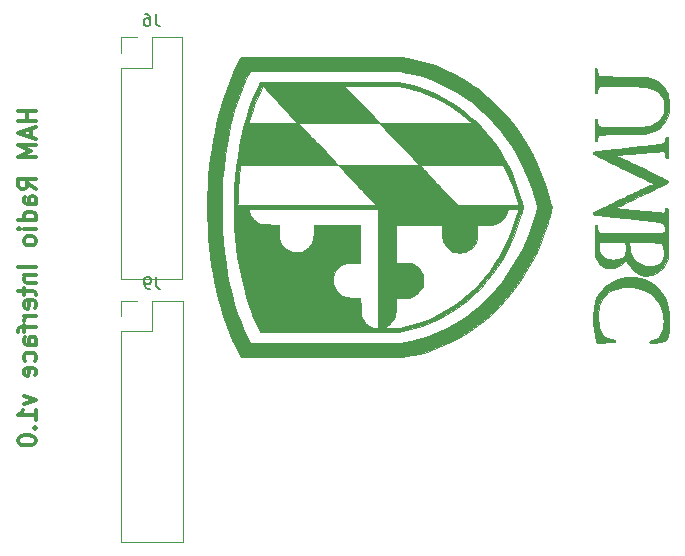
<source format=gbr>
G04 #@! TF.GenerationSoftware,KiCad,Pcbnew,(5.0.2)-1*
G04 #@! TF.CreationDate,2019-06-22T23:35:03-04:00*
G04 #@! TF.ProjectId,RPi-Ham,5250692d-4861-46d2-9e6b-696361645f70,rev?*
G04 #@! TF.SameCoordinates,Original*
G04 #@! TF.FileFunction,Legend,Bot*
G04 #@! TF.FilePolarity,Positive*
%FSLAX46Y46*%
G04 Gerber Fmt 4.6, Leading zero omitted, Abs format (unit mm)*
G04 Created by KiCad (PCBNEW (5.0.2)-1) date 2019-06-22 23:35:03*
%MOMM*%
%LPD*%
G01*
G04 APERTURE LIST*
%ADD10C,0.300000*%
%ADD11C,0.010000*%
%ADD12C,0.120000*%
%ADD13C,0.150000*%
G04 APERTURE END LIST*
D10*
X55928571Y-42642857D02*
X54428571Y-42642857D01*
X55142857Y-42642857D02*
X55142857Y-43500000D01*
X55928571Y-43500000D02*
X54428571Y-43500000D01*
X55500000Y-44142857D02*
X55500000Y-44857142D01*
X55928571Y-44000000D02*
X54428571Y-44500000D01*
X55928571Y-45000000D01*
X55928571Y-45500000D02*
X54428571Y-45500000D01*
X55500000Y-46000000D01*
X54428571Y-46500000D01*
X55928571Y-46500000D01*
X55928571Y-49214285D02*
X55214285Y-48714285D01*
X55928571Y-48357142D02*
X54428571Y-48357142D01*
X54428571Y-48928571D01*
X54500000Y-49071428D01*
X54571428Y-49142857D01*
X54714285Y-49214285D01*
X54928571Y-49214285D01*
X55071428Y-49142857D01*
X55142857Y-49071428D01*
X55214285Y-48928571D01*
X55214285Y-48357142D01*
X55928571Y-50500000D02*
X55142857Y-50500000D01*
X55000000Y-50428571D01*
X54928571Y-50285714D01*
X54928571Y-50000000D01*
X55000000Y-49857142D01*
X55857142Y-50500000D02*
X55928571Y-50357142D01*
X55928571Y-50000000D01*
X55857142Y-49857142D01*
X55714285Y-49785714D01*
X55571428Y-49785714D01*
X55428571Y-49857142D01*
X55357142Y-50000000D01*
X55357142Y-50357142D01*
X55285714Y-50500000D01*
X55928571Y-51857142D02*
X54428571Y-51857142D01*
X55857142Y-51857142D02*
X55928571Y-51714285D01*
X55928571Y-51428571D01*
X55857142Y-51285714D01*
X55785714Y-51214285D01*
X55642857Y-51142857D01*
X55214285Y-51142857D01*
X55071428Y-51214285D01*
X55000000Y-51285714D01*
X54928571Y-51428571D01*
X54928571Y-51714285D01*
X55000000Y-51857142D01*
X55928571Y-52571428D02*
X54928571Y-52571428D01*
X54428571Y-52571428D02*
X54500000Y-52500000D01*
X54571428Y-52571428D01*
X54500000Y-52642857D01*
X54428571Y-52571428D01*
X54571428Y-52571428D01*
X55928571Y-53500000D02*
X55857142Y-53357142D01*
X55785714Y-53285714D01*
X55642857Y-53214285D01*
X55214285Y-53214285D01*
X55071428Y-53285714D01*
X55000000Y-53357142D01*
X54928571Y-53500000D01*
X54928571Y-53714285D01*
X55000000Y-53857142D01*
X55071428Y-53928571D01*
X55214285Y-54000000D01*
X55642857Y-54000000D01*
X55785714Y-53928571D01*
X55857142Y-53857142D01*
X55928571Y-53714285D01*
X55928571Y-53500000D01*
X55928571Y-55785714D02*
X54428571Y-55785714D01*
X54928571Y-56500000D02*
X55928571Y-56500000D01*
X55071428Y-56500000D02*
X55000000Y-56571428D01*
X54928571Y-56714285D01*
X54928571Y-56928571D01*
X55000000Y-57071428D01*
X55142857Y-57142857D01*
X55928571Y-57142857D01*
X54928571Y-57642857D02*
X54928571Y-58214285D01*
X54428571Y-57857142D02*
X55714285Y-57857142D01*
X55857142Y-57928571D01*
X55928571Y-58071428D01*
X55928571Y-58214285D01*
X55857142Y-59285714D02*
X55928571Y-59142857D01*
X55928571Y-58857142D01*
X55857142Y-58714285D01*
X55714285Y-58642857D01*
X55142857Y-58642857D01*
X55000000Y-58714285D01*
X54928571Y-58857142D01*
X54928571Y-59142857D01*
X55000000Y-59285714D01*
X55142857Y-59357142D01*
X55285714Y-59357142D01*
X55428571Y-58642857D01*
X55928571Y-59999999D02*
X54928571Y-59999999D01*
X55214285Y-59999999D02*
X55071428Y-60071428D01*
X55000000Y-60142857D01*
X54928571Y-60285714D01*
X54928571Y-60428571D01*
X54928571Y-60714285D02*
X54928571Y-61285714D01*
X55928571Y-60928571D02*
X54642857Y-60928571D01*
X54500000Y-61000000D01*
X54428571Y-61142857D01*
X54428571Y-61285714D01*
X55928571Y-62428571D02*
X55142857Y-62428571D01*
X55000000Y-62357142D01*
X54928571Y-62214285D01*
X54928571Y-61928571D01*
X55000000Y-61785714D01*
X55857142Y-62428571D02*
X55928571Y-62285714D01*
X55928571Y-61928571D01*
X55857142Y-61785714D01*
X55714285Y-61714285D01*
X55571428Y-61714285D01*
X55428571Y-61785714D01*
X55357142Y-61928571D01*
X55357142Y-62285714D01*
X55285714Y-62428571D01*
X55857142Y-63785714D02*
X55928571Y-63642857D01*
X55928571Y-63357142D01*
X55857142Y-63214285D01*
X55785714Y-63142857D01*
X55642857Y-63071428D01*
X55214285Y-63071428D01*
X55071428Y-63142857D01*
X55000000Y-63214285D01*
X54928571Y-63357142D01*
X54928571Y-63642857D01*
X55000000Y-63785714D01*
X55857142Y-64999999D02*
X55928571Y-64857142D01*
X55928571Y-64571428D01*
X55857142Y-64428571D01*
X55714285Y-64357142D01*
X55142857Y-64357142D01*
X55000000Y-64428571D01*
X54928571Y-64571428D01*
X54928571Y-64857142D01*
X55000000Y-64999999D01*
X55142857Y-65071428D01*
X55285714Y-65071428D01*
X55428571Y-64357142D01*
X54928571Y-66714285D02*
X55928571Y-67071428D01*
X54928571Y-67428571D01*
X55928571Y-68785714D02*
X55928571Y-67928571D01*
X55928571Y-68357142D02*
X54428571Y-68357142D01*
X54642857Y-68214285D01*
X54785714Y-68071428D01*
X54857142Y-67928571D01*
X55785714Y-69428571D02*
X55857142Y-69500000D01*
X55928571Y-69428571D01*
X55857142Y-69357142D01*
X55785714Y-69428571D01*
X55928571Y-69428571D01*
X54428571Y-70428571D02*
X54428571Y-70571428D01*
X54500000Y-70714285D01*
X54571428Y-70785714D01*
X54714285Y-70857142D01*
X55000000Y-70928571D01*
X55357142Y-70928571D01*
X55642857Y-70857142D01*
X55785714Y-70785714D01*
X55857142Y-70714285D01*
X55928571Y-70571428D01*
X55928571Y-70428571D01*
X55857142Y-70285714D01*
X55785714Y-70214285D01*
X55642857Y-70142857D01*
X55357142Y-70071428D01*
X55000000Y-70071428D01*
X54714285Y-70142857D01*
X54571428Y-70214285D01*
X54500000Y-70285714D01*
X54428571Y-70428571D01*
D11*
G04 #@! TO.C,G\002A\002A\002A*
G36*
X72696202Y-50909572D02*
X72698089Y-51212905D01*
X72701823Y-51506316D01*
X72707406Y-51783276D01*
X72714838Y-52037260D01*
X72724118Y-52261741D01*
X72734760Y-52443333D01*
X72805783Y-53314615D01*
X72893782Y-54150110D01*
X72999366Y-54953069D01*
X73123139Y-55726745D01*
X73265709Y-56474391D01*
X73427681Y-57199257D01*
X73609663Y-57904597D01*
X73812261Y-58593662D01*
X73973997Y-59089666D01*
X74114194Y-59487590D01*
X74257401Y-59862996D01*
X74409641Y-60230532D01*
X74576937Y-60604847D01*
X74729102Y-60926134D01*
X74926494Y-61333852D01*
X80785789Y-61328301D01*
X86645083Y-61322750D01*
X86941416Y-61264313D01*
X87642553Y-61104573D01*
X88331524Y-60904469D01*
X89007187Y-60664511D01*
X89668401Y-60385208D01*
X90314024Y-60067068D01*
X90942915Y-59710600D01*
X91553932Y-59316315D01*
X91957916Y-59027390D01*
X92526525Y-58577659D01*
X93068784Y-58095102D01*
X93584276Y-57580353D01*
X94072581Y-57034050D01*
X94533283Y-56456827D01*
X94965961Y-55849320D01*
X95370199Y-55212165D01*
X95745578Y-54545997D01*
X96091678Y-53851452D01*
X96408083Y-53129165D01*
X96694374Y-52379772D01*
X96950132Y-51603909D01*
X97036752Y-51310916D01*
X97083896Y-51146116D01*
X97120442Y-51016947D01*
X97147572Y-50918379D01*
X97166469Y-50845382D01*
X97178315Y-50792924D01*
X97184291Y-50755976D01*
X97185580Y-50729508D01*
X97183363Y-50708489D01*
X97180999Y-50697083D01*
X97172518Y-50665124D01*
X97154093Y-50598895D01*
X97127533Y-50504795D01*
X97094649Y-50389224D01*
X97057252Y-50258580D01*
X97037276Y-50189083D01*
X96791130Y-49400366D01*
X96514621Y-48638625D01*
X96208111Y-47904408D01*
X95871960Y-47198265D01*
X95506531Y-46520742D01*
X95506393Y-46520516D01*
X95506393Y-47194000D01*
X95676586Y-47548541D01*
X96003801Y-48271793D01*
X96298719Y-49009658D01*
X96516660Y-49628166D01*
X96569108Y-49788704D01*
X96619844Y-49947537D01*
X96667156Y-50098987D01*
X96709333Y-50237376D01*
X96744663Y-50357026D01*
X96771436Y-50452261D01*
X96787941Y-50517402D01*
X96792582Y-50543625D01*
X96791251Y-50549157D01*
X96785182Y-50554110D01*
X96772170Y-50558517D01*
X96750011Y-50562410D01*
X96716499Y-50565819D01*
X96669428Y-50568777D01*
X96606593Y-50571316D01*
X96525790Y-50573467D01*
X96424812Y-50575263D01*
X96301455Y-50576735D01*
X96153513Y-50577914D01*
X95978781Y-50578834D01*
X95891214Y-50579131D01*
X95891214Y-50919333D01*
X96342857Y-50919333D01*
X96505796Y-50920077D01*
X96629359Y-50922415D01*
X96716478Y-50926504D01*
X96770084Y-50932502D01*
X96793111Y-50940567D01*
X96794500Y-50943617D01*
X96788762Y-50971392D01*
X96772928Y-51032170D01*
X96749066Y-51118406D01*
X96719244Y-51222555D01*
X96700215Y-51287575D01*
X96444910Y-52086185D01*
X96158355Y-52856808D01*
X95840654Y-53599215D01*
X95491910Y-54313180D01*
X95112227Y-54998473D01*
X94746735Y-55586583D01*
X94347585Y-56160361D01*
X93916524Y-56713170D01*
X93456898Y-57241416D01*
X92972053Y-57741504D01*
X92465334Y-58209840D01*
X91940086Y-58642830D01*
X91808939Y-58743124D01*
X91261135Y-59132104D01*
X90691830Y-59490793D01*
X90104722Y-59817517D01*
X89503512Y-60110600D01*
X88891898Y-60368368D01*
X88273581Y-60589146D01*
X87652259Y-60771258D01*
X87031632Y-60913030D01*
X87004916Y-60918216D01*
X86815590Y-60952681D01*
X86645693Y-60978521D01*
X86484669Y-60996478D01*
X86321963Y-61007292D01*
X86147017Y-61011707D01*
X85949277Y-61010462D01*
X85760250Y-61005662D01*
X85256417Y-60989859D01*
X85391410Y-60942689D01*
X85534412Y-60886173D01*
X85658192Y-60820834D01*
X85775074Y-60738698D01*
X85897379Y-60631791D01*
X85948952Y-60581916D01*
X86039993Y-60489090D01*
X86107291Y-60411974D01*
X86159539Y-60339077D01*
X86205432Y-60258907D01*
X86229200Y-60211500D01*
X86270183Y-60125609D01*
X86303423Y-60049981D01*
X86329801Y-59978799D01*
X86350198Y-59906247D01*
X86365494Y-59826506D01*
X86376569Y-59733760D01*
X86384306Y-59622191D01*
X86389584Y-59485983D01*
X86393284Y-59319319D01*
X86396287Y-59116381D01*
X86396409Y-59107062D01*
X86405228Y-58436541D01*
X86969655Y-58429629D01*
X87534083Y-58422718D01*
X87719529Y-58356465D01*
X87883302Y-58291139D01*
X88021781Y-58218635D01*
X88148733Y-58130164D01*
X88277925Y-58016937D01*
X88328224Y-57967833D01*
X88487291Y-57786823D01*
X88606822Y-57598500D01*
X88689113Y-57397292D01*
X88736458Y-57177629D01*
X88751166Y-56941250D01*
X88731379Y-56686496D01*
X88673186Y-56446955D01*
X88578339Y-56225440D01*
X88448588Y-56024767D01*
X88285686Y-55847748D01*
X88091383Y-55697198D01*
X87915083Y-55597982D01*
X87821379Y-55555068D01*
X87733729Y-55521119D01*
X87645384Y-55495122D01*
X87549596Y-55476067D01*
X87439617Y-55462941D01*
X87308699Y-55454733D01*
X87150095Y-55450431D01*
X86957055Y-55449024D01*
X86921363Y-55449000D01*
X86401666Y-55449000D01*
X86401666Y-52252833D01*
X90317500Y-52252833D01*
X90317648Y-52755541D01*
X90319159Y-52958421D01*
X90324187Y-53125999D01*
X90333673Y-53265228D01*
X90348558Y-53383059D01*
X90369782Y-53486446D01*
X90398287Y-53582342D01*
X90435011Y-53677699D01*
X90445798Y-53702750D01*
X90542950Y-53884072D01*
X90669717Y-54059050D01*
X90817595Y-54218348D01*
X90978079Y-54352630D01*
X91116905Y-54439526D01*
X91273476Y-54512661D01*
X91424441Y-54561874D01*
X91582592Y-54589841D01*
X91760720Y-54599237D01*
X91871805Y-54597460D01*
X91993531Y-54592201D01*
X92085391Y-54584768D01*
X92159849Y-54573088D01*
X92229373Y-54555086D01*
X92306427Y-54528691D01*
X92323531Y-54522337D01*
X92550222Y-54415804D01*
X92753531Y-54276334D01*
X92930152Y-54107577D01*
X93076780Y-53913182D01*
X93190107Y-53696798D01*
X93260333Y-53488474D01*
X93273616Y-53431551D01*
X93283797Y-53373405D01*
X93291271Y-53307433D01*
X93296432Y-53227033D01*
X93299674Y-53125601D01*
X93301393Y-52996536D01*
X93301982Y-52833236D01*
X93302000Y-52790970D01*
X93302000Y-52256379D01*
X93984625Y-52247982D01*
X94174561Y-52245495D01*
X94327486Y-52242962D01*
X94448722Y-52240020D01*
X94543589Y-52236305D01*
X94617409Y-52231453D01*
X94675502Y-52225101D01*
X94723190Y-52216885D01*
X94765795Y-52206442D01*
X94808636Y-52193407D01*
X94815416Y-52191204D01*
X94994805Y-52124167D01*
X95146954Y-52046355D01*
X95286037Y-51949020D01*
X95426227Y-51823417D01*
X95450761Y-51799053D01*
X95587830Y-51647944D01*
X95692283Y-51499392D01*
X95771135Y-51341068D01*
X95831399Y-51160642D01*
X95845884Y-51104541D01*
X95891214Y-50919333D01*
X95891214Y-50579131D01*
X95775054Y-50579525D01*
X95540126Y-50580019D01*
X95271792Y-50580349D01*
X94967847Y-50580545D01*
X94626085Y-50580640D01*
X94244302Y-50580666D01*
X91655213Y-50580666D01*
X90441727Y-49305375D01*
X90244312Y-49097928D01*
X90046717Y-48890338D01*
X89852133Y-48685953D01*
X89663749Y-48488122D01*
X89484756Y-48300195D01*
X89318344Y-48125519D01*
X89167703Y-47967444D01*
X89036024Y-47829319D01*
X88926497Y-47714493D01*
X88842311Y-47626316D01*
X88828670Y-47612041D01*
X88429099Y-47194000D01*
X95506393Y-47194000D01*
X95506393Y-46520516D01*
X95112183Y-45872390D01*
X94689279Y-45253756D01*
X94238178Y-44665389D01*
X93759243Y-44107837D01*
X93252833Y-43581649D01*
X92719311Y-43087373D01*
X92159037Y-42625559D01*
X91957916Y-42472609D01*
X91359682Y-42052942D01*
X90742800Y-41670749D01*
X90108410Y-41326537D01*
X89457654Y-41020817D01*
X88791675Y-40754096D01*
X88111612Y-40526884D01*
X87418609Y-40339691D01*
X86941416Y-40235686D01*
X86645083Y-40177250D01*
X84198817Y-40174948D01*
X84198817Y-40484166D01*
X84562713Y-40484185D01*
X84887178Y-40484321D01*
X85175117Y-40484688D01*
X85429431Y-40485406D01*
X85653025Y-40486589D01*
X85848801Y-40488355D01*
X86019661Y-40490819D01*
X86168511Y-40494100D01*
X86298251Y-40498313D01*
X86411786Y-40503575D01*
X86512019Y-40510003D01*
X86601852Y-40517713D01*
X86684190Y-40526822D01*
X86761934Y-40537446D01*
X86837988Y-40549702D01*
X86915255Y-40563707D01*
X86996638Y-40579578D01*
X87085041Y-40597430D01*
X87101440Y-40600765D01*
X87716628Y-40746090D01*
X88333144Y-40931308D01*
X88946733Y-41154349D01*
X89553142Y-41413142D01*
X90148118Y-41705617D01*
X90727407Y-42029702D01*
X91286756Y-42383327D01*
X91821910Y-42764422D01*
X92257117Y-43110518D01*
X92348447Y-43187835D01*
X92444339Y-43270465D01*
X92539422Y-43353613D01*
X92628327Y-43432482D01*
X92705684Y-43502278D01*
X92766123Y-43558205D01*
X92804273Y-43595468D01*
X92815166Y-43608851D01*
X92794348Y-43609676D01*
X92733285Y-43610478D01*
X92634069Y-43611252D01*
X92498787Y-43611994D01*
X92329530Y-43612699D01*
X92128387Y-43613364D01*
X91897447Y-43613984D01*
X91638800Y-43614554D01*
X91354536Y-43615071D01*
X91046743Y-43615530D01*
X90717512Y-43615927D01*
X90368931Y-43616258D01*
X90003090Y-43616518D01*
X89622079Y-43616703D01*
X89227988Y-43616808D01*
X88921787Y-43616833D01*
X85028408Y-43616833D01*
X83534438Y-42050500D01*
X82040469Y-40484166D01*
X84198817Y-40484166D01*
X84198817Y-40174948D01*
X80429063Y-40171400D01*
X80429063Y-43639347D01*
X80802668Y-43639419D01*
X81215139Y-43639576D01*
X81588949Y-43639756D01*
X85015250Y-43641512D01*
X86691180Y-45401881D01*
X86909792Y-45631539D01*
X87120115Y-45852551D01*
X87320323Y-46062993D01*
X87508589Y-46260944D01*
X87683086Y-46444482D01*
X87841989Y-46611683D01*
X87983471Y-46760626D01*
X88105706Y-46889388D01*
X88206867Y-46996047D01*
X88285128Y-47078680D01*
X88338663Y-47135365D01*
X88365646Y-47164181D01*
X88368638Y-47167541D01*
X88348013Y-47168124D01*
X88287280Y-47168689D01*
X88188665Y-47169232D01*
X88054392Y-47169750D01*
X87886689Y-47170240D01*
X87687780Y-47170699D01*
X87459891Y-47171122D01*
X87205247Y-47171507D01*
X86926074Y-47171850D01*
X86624597Y-47172147D01*
X86303042Y-47172395D01*
X85963635Y-47172592D01*
X85608600Y-47172732D01*
X85240164Y-47172813D01*
X84942372Y-47172833D01*
X81514577Y-47172833D01*
X79867663Y-45441977D01*
X79650362Y-45213548D01*
X79440940Y-44993299D01*
X79241281Y-44783216D01*
X79053267Y-44585286D01*
X78878782Y-44401494D01*
X78719710Y-44233826D01*
X78577933Y-44084269D01*
X78455335Y-43954808D01*
X78353799Y-43847430D01*
X78275209Y-43764120D01*
X78221447Y-43706865D01*
X78194397Y-43677651D01*
X78191699Y-43674560D01*
X78189500Y-43669800D01*
X78192084Y-43665472D01*
X78201345Y-43661559D01*
X78219177Y-43658040D01*
X78247473Y-43654896D01*
X78288126Y-43652109D01*
X78343030Y-43649657D01*
X78414078Y-43647523D01*
X78503165Y-43645686D01*
X78612182Y-43644128D01*
X78743024Y-43642828D01*
X78897585Y-43641767D01*
X79077757Y-43640927D01*
X79285434Y-43640287D01*
X79522510Y-43639829D01*
X79790878Y-43639532D01*
X80092431Y-43639378D01*
X80429063Y-43639347D01*
X80429063Y-40171400D01*
X75130416Y-40166412D01*
X75130416Y-40505862D01*
X78077566Y-43606250D01*
X76857728Y-43609454D01*
X76857728Y-47195510D01*
X77270192Y-47195595D01*
X77368791Y-47195630D01*
X81501583Y-47197261D01*
X83104479Y-48883672D01*
X83318086Y-49108451D01*
X83523354Y-49324539D01*
X83718420Y-49529969D01*
X83901420Y-49722774D01*
X84070490Y-49900988D01*
X84223765Y-50062644D01*
X84359383Y-50205777D01*
X84475480Y-50328419D01*
X84570191Y-50428605D01*
X84641653Y-50504367D01*
X84688003Y-50553739D01*
X84707375Y-50574755D01*
X84707854Y-50575375D01*
X84687012Y-50575822D01*
X84625541Y-50576259D01*
X84525144Y-50576685D01*
X84387525Y-50577097D01*
X84214388Y-50577495D01*
X84007436Y-50577877D01*
X83768374Y-50578241D01*
X83498906Y-50578586D01*
X83200734Y-50578910D01*
X82875563Y-50579211D01*
X82525097Y-50579489D01*
X82151040Y-50579741D01*
X81755095Y-50579966D01*
X81338966Y-50580163D01*
X80904356Y-50580329D01*
X80452971Y-50580464D01*
X79986513Y-50580566D01*
X79506686Y-50580633D01*
X79406083Y-50580639D01*
X79406083Y-50919333D01*
X84877666Y-50919333D01*
X84877666Y-60994666D01*
X84785802Y-60994666D01*
X84719332Y-60989227D01*
X84630556Y-60974909D01*
X84537803Y-60954712D01*
X84530734Y-60952926D01*
X84302758Y-60873209D01*
X84091385Y-60756600D01*
X83901138Y-60606780D01*
X83736540Y-60427431D01*
X83602114Y-60222234D01*
X83579334Y-60178590D01*
X83541251Y-60100868D01*
X83510312Y-60031345D01*
X83485709Y-59964413D01*
X83466630Y-59894465D01*
X83452265Y-59815892D01*
X83441804Y-59723086D01*
X83434436Y-59610439D01*
X83429352Y-59472343D01*
X83425741Y-59303190D01*
X83422792Y-59097371D01*
X83422761Y-59094958D01*
X83414053Y-58412333D01*
X82900412Y-58412333D01*
X82700862Y-58411139D01*
X82536432Y-58406750D01*
X82399956Y-58397953D01*
X82284267Y-58383539D01*
X82182199Y-58362295D01*
X82086585Y-58333009D01*
X81990259Y-58294471D01*
X81886054Y-58245469D01*
X81872000Y-58238489D01*
X81778434Y-58187935D01*
X81696238Y-58133249D01*
X81613382Y-58065344D01*
X81517833Y-57975134D01*
X81500279Y-57957739D01*
X81342477Y-57781602D01*
X81223206Y-57603504D01*
X81138962Y-57416479D01*
X81086239Y-57213562D01*
X81070570Y-57103668D01*
X81064457Y-56859032D01*
X81098222Y-56621382D01*
X81169508Y-56394801D01*
X81275959Y-56183371D01*
X81415219Y-55991177D01*
X81584932Y-55822299D01*
X81782741Y-55680821D01*
X81938752Y-55599332D01*
X82028491Y-55561431D01*
X82114809Y-55531551D01*
X82204403Y-55508789D01*
X82303965Y-55492245D01*
X82420190Y-55481014D01*
X82559773Y-55474197D01*
X82729409Y-55470890D01*
X82897470Y-55470166D01*
X83417166Y-55470166D01*
X83417166Y-52231666D01*
X79459000Y-52231666D01*
X79458632Y-52723791D01*
X79456435Y-52942155D01*
X79449239Y-53125386D01*
X79435604Y-53280537D01*
X79414092Y-53414659D01*
X79383262Y-53534803D01*
X79341674Y-53648022D01*
X79287889Y-53761365D01*
X79223089Y-53877441D01*
X79151584Y-53979614D01*
X79054401Y-54092131D01*
X78942514Y-54204162D01*
X78826904Y-54304876D01*
X78718545Y-54383444D01*
X78696845Y-54396637D01*
X78564376Y-54466803D01*
X78438542Y-54516394D01*
X78307403Y-54548296D01*
X78159020Y-54565396D01*
X77981454Y-54570581D01*
X77977333Y-54570583D01*
X77855940Y-54569764D01*
X77765118Y-54566289D01*
X77693120Y-54558627D01*
X77628199Y-54545251D01*
X77558607Y-54524631D01*
X77517066Y-54510672D01*
X77293276Y-54411929D01*
X77089076Y-54277826D01*
X76908497Y-54112377D01*
X76755566Y-53919590D01*
X76634315Y-53703478D01*
X76584986Y-53582839D01*
X76568596Y-53536003D01*
X76555690Y-53493303D01*
X76545774Y-53448881D01*
X76538353Y-53396878D01*
X76532931Y-53331439D01*
X76529015Y-53246704D01*
X76526110Y-53136818D01*
X76523720Y-52995921D01*
X76521521Y-52831385D01*
X76513914Y-52235188D01*
X75832748Y-52226061D01*
X75629308Y-52223097D01*
X75462513Y-52219630D01*
X75326675Y-52214809D01*
X75216109Y-52207784D01*
X75125126Y-52197703D01*
X75048041Y-52183716D01*
X74979166Y-52164972D01*
X74912814Y-52140620D01*
X74843298Y-52109808D01*
X74764932Y-52071687D01*
X74749416Y-52063968D01*
X74534053Y-51935228D01*
X74350691Y-51779080D01*
X74197927Y-51594115D01*
X74082366Y-51395583D01*
X74042497Y-51304975D01*
X74003898Y-51202009D01*
X73970508Y-51098972D01*
X73946265Y-51008153D01*
X73935106Y-50941839D01*
X73934812Y-50935208D01*
X73955658Y-50933820D01*
X74017074Y-50932465D01*
X74117299Y-50931147D01*
X74254569Y-50929872D01*
X74427124Y-50928645D01*
X74633200Y-50927470D01*
X74871034Y-50926354D01*
X75138865Y-50925300D01*
X75434930Y-50924315D01*
X75757467Y-50923403D01*
X76104713Y-50922570D01*
X76474905Y-50921820D01*
X76866282Y-50921159D01*
X77277081Y-50920591D01*
X77705540Y-50920122D01*
X78149895Y-50919758D01*
X78608386Y-50919502D01*
X79079248Y-50919361D01*
X79406083Y-50919333D01*
X79406083Y-50580639D01*
X79015195Y-50580664D01*
X78854216Y-50580666D01*
X73000100Y-50580666D01*
X73012926Y-50204958D01*
X73038774Y-49572560D01*
X73071953Y-48977771D01*
X73112748Y-48416456D01*
X73161446Y-47884481D01*
X73194268Y-47580355D01*
X73207870Y-47460784D01*
X73219616Y-47356407D01*
X73228728Y-47274246D01*
X73234424Y-47221322D01*
X73236000Y-47204647D01*
X73256828Y-47203586D01*
X73317962Y-47202570D01*
X73417373Y-47201605D01*
X73553034Y-47200693D01*
X73722915Y-47199840D01*
X73924990Y-47199051D01*
X74157230Y-47198328D01*
X74417607Y-47197678D01*
X74704093Y-47197104D01*
X75014659Y-47196610D01*
X75347279Y-47196202D01*
X75699924Y-47195884D01*
X76070566Y-47195659D01*
X76457177Y-47195533D01*
X76857728Y-47195510D01*
X76857728Y-43609454D01*
X76023777Y-43611646D01*
X75732615Y-43612309D01*
X75453557Y-43612745D01*
X75189500Y-43612961D01*
X74943340Y-43612964D01*
X74717971Y-43612759D01*
X74516290Y-43612354D01*
X74341192Y-43611756D01*
X74195574Y-43610970D01*
X74082330Y-43610004D01*
X74004358Y-43608864D01*
X73964552Y-43607556D01*
X73959876Y-43606931D01*
X73958264Y-43589972D01*
X73965613Y-43548861D01*
X73982714Y-43480759D01*
X74010356Y-43382828D01*
X74049328Y-43252227D01*
X74100420Y-43086120D01*
X74139592Y-42960666D01*
X74282138Y-42529017D01*
X74440950Y-42089242D01*
X74611290Y-41653380D01*
X74788420Y-41233474D01*
X74967602Y-40841563D01*
X74999440Y-40775472D01*
X75130416Y-40505862D01*
X75130416Y-40166412D01*
X74926459Y-40166220D01*
X74729084Y-40573901D01*
X74433858Y-41219908D01*
X74162106Y-41890289D01*
X73913527Y-42586334D01*
X73687817Y-43309333D01*
X73484673Y-44060578D01*
X73303790Y-44841357D01*
X73144866Y-45652962D01*
X73007598Y-46496683D01*
X72891682Y-47373810D01*
X72796814Y-48285632D01*
X72734760Y-49056666D01*
X72723706Y-49246704D01*
X72714501Y-49472507D01*
X72707144Y-49727550D01*
X72701636Y-50005305D01*
X72697976Y-50299245D01*
X72696165Y-50602843D01*
X72696202Y-50909572D01*
X72696202Y-50909572D01*
G37*
X72696202Y-50909572D02*
X72698089Y-51212905D01*
X72701823Y-51506316D01*
X72707406Y-51783276D01*
X72714838Y-52037260D01*
X72724118Y-52261741D01*
X72734760Y-52443333D01*
X72805783Y-53314615D01*
X72893782Y-54150110D01*
X72999366Y-54953069D01*
X73123139Y-55726745D01*
X73265709Y-56474391D01*
X73427681Y-57199257D01*
X73609663Y-57904597D01*
X73812261Y-58593662D01*
X73973997Y-59089666D01*
X74114194Y-59487590D01*
X74257401Y-59862996D01*
X74409641Y-60230532D01*
X74576937Y-60604847D01*
X74729102Y-60926134D01*
X74926494Y-61333852D01*
X80785789Y-61328301D01*
X86645083Y-61322750D01*
X86941416Y-61264313D01*
X87642553Y-61104573D01*
X88331524Y-60904469D01*
X89007187Y-60664511D01*
X89668401Y-60385208D01*
X90314024Y-60067068D01*
X90942915Y-59710600D01*
X91553932Y-59316315D01*
X91957916Y-59027390D01*
X92526525Y-58577659D01*
X93068784Y-58095102D01*
X93584276Y-57580353D01*
X94072581Y-57034050D01*
X94533283Y-56456827D01*
X94965961Y-55849320D01*
X95370199Y-55212165D01*
X95745578Y-54545997D01*
X96091678Y-53851452D01*
X96408083Y-53129165D01*
X96694374Y-52379772D01*
X96950132Y-51603909D01*
X97036752Y-51310916D01*
X97083896Y-51146116D01*
X97120442Y-51016947D01*
X97147572Y-50918379D01*
X97166469Y-50845382D01*
X97178315Y-50792924D01*
X97184291Y-50755976D01*
X97185580Y-50729508D01*
X97183363Y-50708489D01*
X97180999Y-50697083D01*
X97172518Y-50665124D01*
X97154093Y-50598895D01*
X97127533Y-50504795D01*
X97094649Y-50389224D01*
X97057252Y-50258580D01*
X97037276Y-50189083D01*
X96791130Y-49400366D01*
X96514621Y-48638625D01*
X96208111Y-47904408D01*
X95871960Y-47198265D01*
X95506531Y-46520742D01*
X95506393Y-46520516D01*
X95506393Y-47194000D01*
X95676586Y-47548541D01*
X96003801Y-48271793D01*
X96298719Y-49009658D01*
X96516660Y-49628166D01*
X96569108Y-49788704D01*
X96619844Y-49947537D01*
X96667156Y-50098987D01*
X96709333Y-50237376D01*
X96744663Y-50357026D01*
X96771436Y-50452261D01*
X96787941Y-50517402D01*
X96792582Y-50543625D01*
X96791251Y-50549157D01*
X96785182Y-50554110D01*
X96772170Y-50558517D01*
X96750011Y-50562410D01*
X96716499Y-50565819D01*
X96669428Y-50568777D01*
X96606593Y-50571316D01*
X96525790Y-50573467D01*
X96424812Y-50575263D01*
X96301455Y-50576735D01*
X96153513Y-50577914D01*
X95978781Y-50578834D01*
X95891214Y-50579131D01*
X95891214Y-50919333D01*
X96342857Y-50919333D01*
X96505796Y-50920077D01*
X96629359Y-50922415D01*
X96716478Y-50926504D01*
X96770084Y-50932502D01*
X96793111Y-50940567D01*
X96794500Y-50943617D01*
X96788762Y-50971392D01*
X96772928Y-51032170D01*
X96749066Y-51118406D01*
X96719244Y-51222555D01*
X96700215Y-51287575D01*
X96444910Y-52086185D01*
X96158355Y-52856808D01*
X95840654Y-53599215D01*
X95491910Y-54313180D01*
X95112227Y-54998473D01*
X94746735Y-55586583D01*
X94347585Y-56160361D01*
X93916524Y-56713170D01*
X93456898Y-57241416D01*
X92972053Y-57741504D01*
X92465334Y-58209840D01*
X91940086Y-58642830D01*
X91808939Y-58743124D01*
X91261135Y-59132104D01*
X90691830Y-59490793D01*
X90104722Y-59817517D01*
X89503512Y-60110600D01*
X88891898Y-60368368D01*
X88273581Y-60589146D01*
X87652259Y-60771258D01*
X87031632Y-60913030D01*
X87004916Y-60918216D01*
X86815590Y-60952681D01*
X86645693Y-60978521D01*
X86484669Y-60996478D01*
X86321963Y-61007292D01*
X86147017Y-61011707D01*
X85949277Y-61010462D01*
X85760250Y-61005662D01*
X85256417Y-60989859D01*
X85391410Y-60942689D01*
X85534412Y-60886173D01*
X85658192Y-60820834D01*
X85775074Y-60738698D01*
X85897379Y-60631791D01*
X85948952Y-60581916D01*
X86039993Y-60489090D01*
X86107291Y-60411974D01*
X86159539Y-60339077D01*
X86205432Y-60258907D01*
X86229200Y-60211500D01*
X86270183Y-60125609D01*
X86303423Y-60049981D01*
X86329801Y-59978799D01*
X86350198Y-59906247D01*
X86365494Y-59826506D01*
X86376569Y-59733760D01*
X86384306Y-59622191D01*
X86389584Y-59485983D01*
X86393284Y-59319319D01*
X86396287Y-59116381D01*
X86396409Y-59107062D01*
X86405228Y-58436541D01*
X86969655Y-58429629D01*
X87534083Y-58422718D01*
X87719529Y-58356465D01*
X87883302Y-58291139D01*
X88021781Y-58218635D01*
X88148733Y-58130164D01*
X88277925Y-58016937D01*
X88328224Y-57967833D01*
X88487291Y-57786823D01*
X88606822Y-57598500D01*
X88689113Y-57397292D01*
X88736458Y-57177629D01*
X88751166Y-56941250D01*
X88731379Y-56686496D01*
X88673186Y-56446955D01*
X88578339Y-56225440D01*
X88448588Y-56024767D01*
X88285686Y-55847748D01*
X88091383Y-55697198D01*
X87915083Y-55597982D01*
X87821379Y-55555068D01*
X87733729Y-55521119D01*
X87645384Y-55495122D01*
X87549596Y-55476067D01*
X87439617Y-55462941D01*
X87308699Y-55454733D01*
X87150095Y-55450431D01*
X86957055Y-55449024D01*
X86921363Y-55449000D01*
X86401666Y-55449000D01*
X86401666Y-52252833D01*
X90317500Y-52252833D01*
X90317648Y-52755541D01*
X90319159Y-52958421D01*
X90324187Y-53125999D01*
X90333673Y-53265228D01*
X90348558Y-53383059D01*
X90369782Y-53486446D01*
X90398287Y-53582342D01*
X90435011Y-53677699D01*
X90445798Y-53702750D01*
X90542950Y-53884072D01*
X90669717Y-54059050D01*
X90817595Y-54218348D01*
X90978079Y-54352630D01*
X91116905Y-54439526D01*
X91273476Y-54512661D01*
X91424441Y-54561874D01*
X91582592Y-54589841D01*
X91760720Y-54599237D01*
X91871805Y-54597460D01*
X91993531Y-54592201D01*
X92085391Y-54584768D01*
X92159849Y-54573088D01*
X92229373Y-54555086D01*
X92306427Y-54528691D01*
X92323531Y-54522337D01*
X92550222Y-54415804D01*
X92753531Y-54276334D01*
X92930152Y-54107577D01*
X93076780Y-53913182D01*
X93190107Y-53696798D01*
X93260333Y-53488474D01*
X93273616Y-53431551D01*
X93283797Y-53373405D01*
X93291271Y-53307433D01*
X93296432Y-53227033D01*
X93299674Y-53125601D01*
X93301393Y-52996536D01*
X93301982Y-52833236D01*
X93302000Y-52790970D01*
X93302000Y-52256379D01*
X93984625Y-52247982D01*
X94174561Y-52245495D01*
X94327486Y-52242962D01*
X94448722Y-52240020D01*
X94543589Y-52236305D01*
X94617409Y-52231453D01*
X94675502Y-52225101D01*
X94723190Y-52216885D01*
X94765795Y-52206442D01*
X94808636Y-52193407D01*
X94815416Y-52191204D01*
X94994805Y-52124167D01*
X95146954Y-52046355D01*
X95286037Y-51949020D01*
X95426227Y-51823417D01*
X95450761Y-51799053D01*
X95587830Y-51647944D01*
X95692283Y-51499392D01*
X95771135Y-51341068D01*
X95831399Y-51160642D01*
X95845884Y-51104541D01*
X95891214Y-50919333D01*
X95891214Y-50579131D01*
X95775054Y-50579525D01*
X95540126Y-50580019D01*
X95271792Y-50580349D01*
X94967847Y-50580545D01*
X94626085Y-50580640D01*
X94244302Y-50580666D01*
X91655213Y-50580666D01*
X90441727Y-49305375D01*
X90244312Y-49097928D01*
X90046717Y-48890338D01*
X89852133Y-48685953D01*
X89663749Y-48488122D01*
X89484756Y-48300195D01*
X89318344Y-48125519D01*
X89167703Y-47967444D01*
X89036024Y-47829319D01*
X88926497Y-47714493D01*
X88842311Y-47626316D01*
X88828670Y-47612041D01*
X88429099Y-47194000D01*
X95506393Y-47194000D01*
X95506393Y-46520516D01*
X95112183Y-45872390D01*
X94689279Y-45253756D01*
X94238178Y-44665389D01*
X93759243Y-44107837D01*
X93252833Y-43581649D01*
X92719311Y-43087373D01*
X92159037Y-42625559D01*
X91957916Y-42472609D01*
X91359682Y-42052942D01*
X90742800Y-41670749D01*
X90108410Y-41326537D01*
X89457654Y-41020817D01*
X88791675Y-40754096D01*
X88111612Y-40526884D01*
X87418609Y-40339691D01*
X86941416Y-40235686D01*
X86645083Y-40177250D01*
X84198817Y-40174948D01*
X84198817Y-40484166D01*
X84562713Y-40484185D01*
X84887178Y-40484321D01*
X85175117Y-40484688D01*
X85429431Y-40485406D01*
X85653025Y-40486589D01*
X85848801Y-40488355D01*
X86019661Y-40490819D01*
X86168511Y-40494100D01*
X86298251Y-40498313D01*
X86411786Y-40503575D01*
X86512019Y-40510003D01*
X86601852Y-40517713D01*
X86684190Y-40526822D01*
X86761934Y-40537446D01*
X86837988Y-40549702D01*
X86915255Y-40563707D01*
X86996638Y-40579578D01*
X87085041Y-40597430D01*
X87101440Y-40600765D01*
X87716628Y-40746090D01*
X88333144Y-40931308D01*
X88946733Y-41154349D01*
X89553142Y-41413142D01*
X90148118Y-41705617D01*
X90727407Y-42029702D01*
X91286756Y-42383327D01*
X91821910Y-42764422D01*
X92257117Y-43110518D01*
X92348447Y-43187835D01*
X92444339Y-43270465D01*
X92539422Y-43353613D01*
X92628327Y-43432482D01*
X92705684Y-43502278D01*
X92766123Y-43558205D01*
X92804273Y-43595468D01*
X92815166Y-43608851D01*
X92794348Y-43609676D01*
X92733285Y-43610478D01*
X92634069Y-43611252D01*
X92498787Y-43611994D01*
X92329530Y-43612699D01*
X92128387Y-43613364D01*
X91897447Y-43613984D01*
X91638800Y-43614554D01*
X91354536Y-43615071D01*
X91046743Y-43615530D01*
X90717512Y-43615927D01*
X90368931Y-43616258D01*
X90003090Y-43616518D01*
X89622079Y-43616703D01*
X89227988Y-43616808D01*
X88921787Y-43616833D01*
X85028408Y-43616833D01*
X83534438Y-42050500D01*
X82040469Y-40484166D01*
X84198817Y-40484166D01*
X84198817Y-40174948D01*
X80429063Y-40171400D01*
X80429063Y-43639347D01*
X80802668Y-43639419D01*
X81215139Y-43639576D01*
X81588949Y-43639756D01*
X85015250Y-43641512D01*
X86691180Y-45401881D01*
X86909792Y-45631539D01*
X87120115Y-45852551D01*
X87320323Y-46062993D01*
X87508589Y-46260944D01*
X87683086Y-46444482D01*
X87841989Y-46611683D01*
X87983471Y-46760626D01*
X88105706Y-46889388D01*
X88206867Y-46996047D01*
X88285128Y-47078680D01*
X88338663Y-47135365D01*
X88365646Y-47164181D01*
X88368638Y-47167541D01*
X88348013Y-47168124D01*
X88287280Y-47168689D01*
X88188665Y-47169232D01*
X88054392Y-47169750D01*
X87886689Y-47170240D01*
X87687780Y-47170699D01*
X87459891Y-47171122D01*
X87205247Y-47171507D01*
X86926074Y-47171850D01*
X86624597Y-47172147D01*
X86303042Y-47172395D01*
X85963635Y-47172592D01*
X85608600Y-47172732D01*
X85240164Y-47172813D01*
X84942372Y-47172833D01*
X81514577Y-47172833D01*
X79867663Y-45441977D01*
X79650362Y-45213548D01*
X79440940Y-44993299D01*
X79241281Y-44783216D01*
X79053267Y-44585286D01*
X78878782Y-44401494D01*
X78719710Y-44233826D01*
X78577933Y-44084269D01*
X78455335Y-43954808D01*
X78353799Y-43847430D01*
X78275209Y-43764120D01*
X78221447Y-43706865D01*
X78194397Y-43677651D01*
X78191699Y-43674560D01*
X78189500Y-43669800D01*
X78192084Y-43665472D01*
X78201345Y-43661559D01*
X78219177Y-43658040D01*
X78247473Y-43654896D01*
X78288126Y-43652109D01*
X78343030Y-43649657D01*
X78414078Y-43647523D01*
X78503165Y-43645686D01*
X78612182Y-43644128D01*
X78743024Y-43642828D01*
X78897585Y-43641767D01*
X79077757Y-43640927D01*
X79285434Y-43640287D01*
X79522510Y-43639829D01*
X79790878Y-43639532D01*
X80092431Y-43639378D01*
X80429063Y-43639347D01*
X80429063Y-40171400D01*
X75130416Y-40166412D01*
X75130416Y-40505862D01*
X78077566Y-43606250D01*
X76857728Y-43609454D01*
X76857728Y-47195510D01*
X77270192Y-47195595D01*
X77368791Y-47195630D01*
X81501583Y-47197261D01*
X83104479Y-48883672D01*
X83318086Y-49108451D01*
X83523354Y-49324539D01*
X83718420Y-49529969D01*
X83901420Y-49722774D01*
X84070490Y-49900988D01*
X84223765Y-50062644D01*
X84359383Y-50205777D01*
X84475480Y-50328419D01*
X84570191Y-50428605D01*
X84641653Y-50504367D01*
X84688003Y-50553739D01*
X84707375Y-50574755D01*
X84707854Y-50575375D01*
X84687012Y-50575822D01*
X84625541Y-50576259D01*
X84525144Y-50576685D01*
X84387525Y-50577097D01*
X84214388Y-50577495D01*
X84007436Y-50577877D01*
X83768374Y-50578241D01*
X83498906Y-50578586D01*
X83200734Y-50578910D01*
X82875563Y-50579211D01*
X82525097Y-50579489D01*
X82151040Y-50579741D01*
X81755095Y-50579966D01*
X81338966Y-50580163D01*
X80904356Y-50580329D01*
X80452971Y-50580464D01*
X79986513Y-50580566D01*
X79506686Y-50580633D01*
X79406083Y-50580639D01*
X79406083Y-50919333D01*
X84877666Y-50919333D01*
X84877666Y-60994666D01*
X84785802Y-60994666D01*
X84719332Y-60989227D01*
X84630556Y-60974909D01*
X84537803Y-60954712D01*
X84530734Y-60952926D01*
X84302758Y-60873209D01*
X84091385Y-60756600D01*
X83901138Y-60606780D01*
X83736540Y-60427431D01*
X83602114Y-60222234D01*
X83579334Y-60178590D01*
X83541251Y-60100868D01*
X83510312Y-60031345D01*
X83485709Y-59964413D01*
X83466630Y-59894465D01*
X83452265Y-59815892D01*
X83441804Y-59723086D01*
X83434436Y-59610439D01*
X83429352Y-59472343D01*
X83425741Y-59303190D01*
X83422792Y-59097371D01*
X83422761Y-59094958D01*
X83414053Y-58412333D01*
X82900412Y-58412333D01*
X82700862Y-58411139D01*
X82536432Y-58406750D01*
X82399956Y-58397953D01*
X82284267Y-58383539D01*
X82182199Y-58362295D01*
X82086585Y-58333009D01*
X81990259Y-58294471D01*
X81886054Y-58245469D01*
X81872000Y-58238489D01*
X81778434Y-58187935D01*
X81696238Y-58133249D01*
X81613382Y-58065344D01*
X81517833Y-57975134D01*
X81500279Y-57957739D01*
X81342477Y-57781602D01*
X81223206Y-57603504D01*
X81138962Y-57416479D01*
X81086239Y-57213562D01*
X81070570Y-57103668D01*
X81064457Y-56859032D01*
X81098222Y-56621382D01*
X81169508Y-56394801D01*
X81275959Y-56183371D01*
X81415219Y-55991177D01*
X81584932Y-55822299D01*
X81782741Y-55680821D01*
X81938752Y-55599332D01*
X82028491Y-55561431D01*
X82114809Y-55531551D01*
X82204403Y-55508789D01*
X82303965Y-55492245D01*
X82420190Y-55481014D01*
X82559773Y-55474197D01*
X82729409Y-55470890D01*
X82897470Y-55470166D01*
X83417166Y-55470166D01*
X83417166Y-52231666D01*
X79459000Y-52231666D01*
X79458632Y-52723791D01*
X79456435Y-52942155D01*
X79449239Y-53125386D01*
X79435604Y-53280537D01*
X79414092Y-53414659D01*
X79383262Y-53534803D01*
X79341674Y-53648022D01*
X79287889Y-53761365D01*
X79223089Y-53877441D01*
X79151584Y-53979614D01*
X79054401Y-54092131D01*
X78942514Y-54204162D01*
X78826904Y-54304876D01*
X78718545Y-54383444D01*
X78696845Y-54396637D01*
X78564376Y-54466803D01*
X78438542Y-54516394D01*
X78307403Y-54548296D01*
X78159020Y-54565396D01*
X77981454Y-54570581D01*
X77977333Y-54570583D01*
X77855940Y-54569764D01*
X77765118Y-54566289D01*
X77693120Y-54558627D01*
X77628199Y-54545251D01*
X77558607Y-54524631D01*
X77517066Y-54510672D01*
X77293276Y-54411929D01*
X77089076Y-54277826D01*
X76908497Y-54112377D01*
X76755566Y-53919590D01*
X76634315Y-53703478D01*
X76584986Y-53582839D01*
X76568596Y-53536003D01*
X76555690Y-53493303D01*
X76545774Y-53448881D01*
X76538353Y-53396878D01*
X76532931Y-53331439D01*
X76529015Y-53246704D01*
X76526110Y-53136818D01*
X76523720Y-52995921D01*
X76521521Y-52831385D01*
X76513914Y-52235188D01*
X75832748Y-52226061D01*
X75629308Y-52223097D01*
X75462513Y-52219630D01*
X75326675Y-52214809D01*
X75216109Y-52207784D01*
X75125126Y-52197703D01*
X75048041Y-52183716D01*
X74979166Y-52164972D01*
X74912814Y-52140620D01*
X74843298Y-52109808D01*
X74764932Y-52071687D01*
X74749416Y-52063968D01*
X74534053Y-51935228D01*
X74350691Y-51779080D01*
X74197927Y-51594115D01*
X74082366Y-51395583D01*
X74042497Y-51304975D01*
X74003898Y-51202009D01*
X73970508Y-51098972D01*
X73946265Y-51008153D01*
X73935106Y-50941839D01*
X73934812Y-50935208D01*
X73955658Y-50933820D01*
X74017074Y-50932465D01*
X74117299Y-50931147D01*
X74254569Y-50929872D01*
X74427124Y-50928645D01*
X74633200Y-50927470D01*
X74871034Y-50926354D01*
X75138865Y-50925300D01*
X75434930Y-50924315D01*
X75757467Y-50923403D01*
X76104713Y-50922570D01*
X76474905Y-50921820D01*
X76866282Y-50921159D01*
X77277081Y-50920591D01*
X77705540Y-50920122D01*
X78149895Y-50919758D01*
X78608386Y-50919502D01*
X79079248Y-50919361D01*
X79406083Y-50919333D01*
X79406083Y-50580639D01*
X79015195Y-50580664D01*
X78854216Y-50580666D01*
X73000100Y-50580666D01*
X73012926Y-50204958D01*
X73038774Y-49572560D01*
X73071953Y-48977771D01*
X73112748Y-48416456D01*
X73161446Y-47884481D01*
X73194268Y-47580355D01*
X73207870Y-47460784D01*
X73219616Y-47356407D01*
X73228728Y-47274246D01*
X73234424Y-47221322D01*
X73236000Y-47204647D01*
X73256828Y-47203586D01*
X73317962Y-47202570D01*
X73417373Y-47201605D01*
X73553034Y-47200693D01*
X73722915Y-47199840D01*
X73924990Y-47199051D01*
X74157230Y-47198328D01*
X74417607Y-47197678D01*
X74704093Y-47197104D01*
X75014659Y-47196610D01*
X75347279Y-47196202D01*
X75699924Y-47195884D01*
X76070566Y-47195659D01*
X76457177Y-47195533D01*
X76857728Y-47195510D01*
X76857728Y-43609454D01*
X76023777Y-43611646D01*
X75732615Y-43612309D01*
X75453557Y-43612745D01*
X75189500Y-43612961D01*
X74943340Y-43612964D01*
X74717971Y-43612759D01*
X74516290Y-43612354D01*
X74341192Y-43611756D01*
X74195574Y-43610970D01*
X74082330Y-43610004D01*
X74004358Y-43608864D01*
X73964552Y-43607556D01*
X73959876Y-43606931D01*
X73958264Y-43589972D01*
X73965613Y-43548861D01*
X73982714Y-43480759D01*
X74010356Y-43382828D01*
X74049328Y-43252227D01*
X74100420Y-43086120D01*
X74139592Y-42960666D01*
X74282138Y-42529017D01*
X74440950Y-42089242D01*
X74611290Y-41653380D01*
X74788420Y-41233474D01*
X74967602Y-40841563D01*
X74999440Y-40775472D01*
X75130416Y-40505862D01*
X75130416Y-40166412D01*
X74926459Y-40166220D01*
X74729084Y-40573901D01*
X74433858Y-41219908D01*
X74162106Y-41890289D01*
X73913527Y-42586334D01*
X73687817Y-43309333D01*
X73484673Y-44060578D01*
X73303790Y-44841357D01*
X73144866Y-45652962D01*
X73007598Y-46496683D01*
X72891682Y-47373810D01*
X72796814Y-48285632D01*
X72734760Y-49056666D01*
X72723706Y-49246704D01*
X72714501Y-49472507D01*
X72707144Y-49727550D01*
X72701636Y-50005305D01*
X72697976Y-50299245D01*
X72696165Y-50602843D01*
X72696202Y-50909572D01*
G36*
X70452780Y-51070865D02*
X70454309Y-51338649D01*
X70456753Y-51594705D01*
X70460113Y-51833628D01*
X70464389Y-52050014D01*
X70469579Y-52238456D01*
X70475686Y-52393551D01*
X70480222Y-52475083D01*
X70541743Y-53308383D01*
X70615498Y-54106108D01*
X70702256Y-54873435D01*
X70802784Y-55615540D01*
X70917851Y-56337600D01*
X71048226Y-57044791D01*
X71194676Y-57742289D01*
X71357970Y-58435272D01*
X71375013Y-58503556D01*
X71575267Y-59254285D01*
X71791526Y-59971460D01*
X72026229Y-60661628D01*
X72281812Y-61331334D01*
X72560713Y-61987124D01*
X72865369Y-62635546D01*
X73049337Y-63000208D01*
X73281788Y-63449999D01*
X80101019Y-63449945D01*
X86920250Y-63449890D01*
X87256119Y-63397246D01*
X87827871Y-63291420D01*
X88414922Y-63151563D01*
X89010698Y-62979889D01*
X89608624Y-62778611D01*
X90202125Y-62549943D01*
X90784626Y-62296098D01*
X91349553Y-62019290D01*
X91349935Y-62019092D01*
X92040427Y-61636977D01*
X92707071Y-61220182D01*
X93349375Y-60769337D01*
X93966844Y-60285069D01*
X94558983Y-59768010D01*
X95125298Y-59218788D01*
X95665296Y-58638032D01*
X96178481Y-58026372D01*
X96664360Y-57384437D01*
X97122438Y-56712857D01*
X97552222Y-56012260D01*
X97953217Y-55283277D01*
X98324928Y-54526536D01*
X98666863Y-53742667D01*
X98978525Y-52932299D01*
X99259422Y-52096062D01*
X99334198Y-51851673D01*
X99383179Y-51685643D01*
X99431479Y-51517402D01*
X99477646Y-51352423D01*
X99520228Y-51196183D01*
X99557774Y-51054156D01*
X99588832Y-50931816D01*
X99611949Y-50834639D01*
X99625676Y-50768098D01*
X99628907Y-50740279D01*
X99622768Y-50699461D01*
X99608336Y-50631512D01*
X99588552Y-50550115D01*
X99585499Y-50538333D01*
X99332394Y-49641626D01*
X99049511Y-48774780D01*
X98736880Y-47937842D01*
X98394527Y-47130858D01*
X98022480Y-46353874D01*
X97620768Y-45606938D01*
X97189419Y-44890094D01*
X96728460Y-44203391D01*
X96237920Y-43546874D01*
X95717826Y-42920590D01*
X95168206Y-42324585D01*
X94589088Y-41758906D01*
X93986681Y-41228759D01*
X93435938Y-40792527D01*
X92859106Y-40381211D01*
X92259808Y-39996493D01*
X91641669Y-39640056D01*
X91008312Y-39313584D01*
X90363361Y-39018760D01*
X89710439Y-38757265D01*
X89053170Y-38530785D01*
X88395178Y-38341000D01*
X87740086Y-38189596D01*
X87256119Y-38102753D01*
X86920250Y-38050109D01*
X80101019Y-38050054D01*
X74025601Y-38050006D01*
X74025601Y-39235333D01*
X80345925Y-39235448D01*
X80958688Y-39235462D01*
X81530598Y-39235487D01*
X82063138Y-39235535D01*
X82557790Y-39235613D01*
X83016034Y-39235733D01*
X83439352Y-39235903D01*
X83829227Y-39236133D01*
X84187138Y-39236434D01*
X84514569Y-39236815D01*
X84812999Y-39237285D01*
X85083912Y-39237855D01*
X85328788Y-39238534D01*
X85549109Y-39239332D01*
X85746357Y-39240259D01*
X85922012Y-39241324D01*
X86077557Y-39242537D01*
X86214473Y-39243908D01*
X86334241Y-39245447D01*
X86438344Y-39247163D01*
X86528262Y-39249066D01*
X86605477Y-39251166D01*
X86671471Y-39253473D01*
X86727725Y-39255996D01*
X86775721Y-39258746D01*
X86816939Y-39261731D01*
X86852863Y-39264962D01*
X86884973Y-39268448D01*
X86914750Y-39272199D01*
X86943677Y-39276225D01*
X86962583Y-39278973D01*
X87418198Y-39356865D01*
X87879321Y-39458395D01*
X88354137Y-39585565D01*
X88850827Y-39740378D01*
X88858977Y-39743084D01*
X89568638Y-40001042D01*
X90259555Y-40296769D01*
X90930879Y-40629671D01*
X91581762Y-40999150D01*
X92211353Y-41404610D01*
X92818804Y-41845457D01*
X93403266Y-42321095D01*
X93963890Y-42830926D01*
X94499826Y-43374357D01*
X95010226Y-43950790D01*
X95220290Y-44206976D01*
X95690676Y-44827352D01*
X96132926Y-45479220D01*
X96546915Y-46162328D01*
X96932518Y-46876428D01*
X97289610Y-47621268D01*
X97618065Y-48396599D01*
X97917760Y-49202170D01*
X98188568Y-50037732D01*
X98264362Y-50294916D01*
X98300206Y-50421405D01*
X98331635Y-50536264D01*
X98356806Y-50632437D01*
X98373880Y-50702869D01*
X98381014Y-50740504D01*
X98381111Y-50742285D01*
X98375794Y-50776464D01*
X98360479Y-50843935D01*
X98337009Y-50937344D01*
X98307228Y-51049340D01*
X98274951Y-51165619D01*
X98018066Y-52005645D01*
X97731132Y-52817324D01*
X97414350Y-53600340D01*
X97067918Y-54354378D01*
X96692037Y-55079123D01*
X96286906Y-55774260D01*
X95852726Y-56439474D01*
X95389695Y-57074450D01*
X94898013Y-57678874D01*
X94377880Y-58252430D01*
X93829497Y-58794804D01*
X93253061Y-59305680D01*
X92963333Y-59542110D01*
X92440375Y-59935363D01*
X91892744Y-60305085D01*
X91324505Y-60649462D01*
X90739721Y-60966681D01*
X90142455Y-61254926D01*
X89536772Y-61512383D01*
X88926734Y-61737240D01*
X88316407Y-61927680D01*
X87709852Y-62081891D01*
X87111134Y-62198057D01*
X86962583Y-62221026D01*
X86933419Y-62225234D01*
X86904360Y-62229162D01*
X86873924Y-62232818D01*
X86840631Y-62236212D01*
X86802998Y-62239355D01*
X86759545Y-62242255D01*
X86708788Y-62244923D01*
X86649249Y-62247369D01*
X86579443Y-62249601D01*
X86497891Y-62251630D01*
X86403110Y-62253466D01*
X86293619Y-62255118D01*
X86167936Y-62256596D01*
X86024580Y-62257910D01*
X85862070Y-62259069D01*
X85678924Y-62260084D01*
X85473660Y-62260964D01*
X85244796Y-62261719D01*
X84990852Y-62262358D01*
X84710346Y-62262891D01*
X84401796Y-62263329D01*
X84063721Y-62263680D01*
X83694639Y-62263955D01*
X83293069Y-62264163D01*
X82857529Y-62264314D01*
X82386537Y-62264418D01*
X81878613Y-62264484D01*
X81332274Y-62264523D01*
X80746040Y-62264543D01*
X80345925Y-62264551D01*
X74025601Y-62264666D01*
X73871452Y-61941875D01*
X73552548Y-61234822D01*
X73258401Y-60500793D01*
X72988804Y-59738901D01*
X72743549Y-58948259D01*
X72522429Y-58127982D01*
X72325237Y-57277184D01*
X72151764Y-56394977D01*
X72001803Y-55480475D01*
X71875148Y-54532793D01*
X71771590Y-53551043D01*
X71699915Y-52665583D01*
X71689957Y-52496551D01*
X71680997Y-52291581D01*
X71673102Y-52057056D01*
X71666334Y-51799360D01*
X71660759Y-51524878D01*
X71656441Y-51239994D01*
X71653443Y-50951091D01*
X71651829Y-50664554D01*
X71651665Y-50386767D01*
X71653015Y-50124114D01*
X71655941Y-49882980D01*
X71660510Y-49669748D01*
X71666784Y-49490802D01*
X71667775Y-49469416D01*
X71733650Y-48405711D01*
X71827924Y-47371721D01*
X71950869Y-46365523D01*
X72102756Y-45385194D01*
X72283858Y-44428810D01*
X72494446Y-43494448D01*
X72536584Y-43324148D01*
X72738191Y-42571662D01*
X72957484Y-41852379D01*
X73196659Y-41160106D01*
X73457911Y-40488650D01*
X73743435Y-39831817D01*
X73871452Y-39558124D01*
X74025601Y-39235333D01*
X74025601Y-38050006D01*
X73281788Y-38050000D01*
X73049337Y-38499791D01*
X72729091Y-39146944D01*
X72435974Y-39797776D01*
X72167549Y-40458835D01*
X71921378Y-41136665D01*
X71695024Y-41837814D01*
X71486049Y-42568828D01*
X71375013Y-42996443D01*
X71210016Y-43689261D01*
X71061940Y-44386084D01*
X70930014Y-45092089D01*
X70813472Y-45812453D01*
X70711544Y-46552352D01*
X70623463Y-47316961D01*
X70548460Y-48111459D01*
X70485766Y-48941021D01*
X70480222Y-49024916D01*
X70473511Y-49155018D01*
X70467715Y-49322038D01*
X70462835Y-49520572D01*
X70458870Y-49745213D01*
X70455821Y-49990558D01*
X70453688Y-50251201D01*
X70452470Y-50521736D01*
X70452167Y-50796759D01*
X70452780Y-51070865D01*
X70452780Y-51070865D01*
G37*
X70452780Y-51070865D02*
X70454309Y-51338649D01*
X70456753Y-51594705D01*
X70460113Y-51833628D01*
X70464389Y-52050014D01*
X70469579Y-52238456D01*
X70475686Y-52393551D01*
X70480222Y-52475083D01*
X70541743Y-53308383D01*
X70615498Y-54106108D01*
X70702256Y-54873435D01*
X70802784Y-55615540D01*
X70917851Y-56337600D01*
X71048226Y-57044791D01*
X71194676Y-57742289D01*
X71357970Y-58435272D01*
X71375013Y-58503556D01*
X71575267Y-59254285D01*
X71791526Y-59971460D01*
X72026229Y-60661628D01*
X72281812Y-61331334D01*
X72560713Y-61987124D01*
X72865369Y-62635546D01*
X73049337Y-63000208D01*
X73281788Y-63449999D01*
X80101019Y-63449945D01*
X86920250Y-63449890D01*
X87256119Y-63397246D01*
X87827871Y-63291420D01*
X88414922Y-63151563D01*
X89010698Y-62979889D01*
X89608624Y-62778611D01*
X90202125Y-62549943D01*
X90784626Y-62296098D01*
X91349553Y-62019290D01*
X91349935Y-62019092D01*
X92040427Y-61636977D01*
X92707071Y-61220182D01*
X93349375Y-60769337D01*
X93966844Y-60285069D01*
X94558983Y-59768010D01*
X95125298Y-59218788D01*
X95665296Y-58638032D01*
X96178481Y-58026372D01*
X96664360Y-57384437D01*
X97122438Y-56712857D01*
X97552222Y-56012260D01*
X97953217Y-55283277D01*
X98324928Y-54526536D01*
X98666863Y-53742667D01*
X98978525Y-52932299D01*
X99259422Y-52096062D01*
X99334198Y-51851673D01*
X99383179Y-51685643D01*
X99431479Y-51517402D01*
X99477646Y-51352423D01*
X99520228Y-51196183D01*
X99557774Y-51054156D01*
X99588832Y-50931816D01*
X99611949Y-50834639D01*
X99625676Y-50768098D01*
X99628907Y-50740279D01*
X99622768Y-50699461D01*
X99608336Y-50631512D01*
X99588552Y-50550115D01*
X99585499Y-50538333D01*
X99332394Y-49641626D01*
X99049511Y-48774780D01*
X98736880Y-47937842D01*
X98394527Y-47130858D01*
X98022480Y-46353874D01*
X97620768Y-45606938D01*
X97189419Y-44890094D01*
X96728460Y-44203391D01*
X96237920Y-43546874D01*
X95717826Y-42920590D01*
X95168206Y-42324585D01*
X94589088Y-41758906D01*
X93986681Y-41228759D01*
X93435938Y-40792527D01*
X92859106Y-40381211D01*
X92259808Y-39996493D01*
X91641669Y-39640056D01*
X91008312Y-39313584D01*
X90363361Y-39018760D01*
X89710439Y-38757265D01*
X89053170Y-38530785D01*
X88395178Y-38341000D01*
X87740086Y-38189596D01*
X87256119Y-38102753D01*
X86920250Y-38050109D01*
X80101019Y-38050054D01*
X74025601Y-38050006D01*
X74025601Y-39235333D01*
X80345925Y-39235448D01*
X80958688Y-39235462D01*
X81530598Y-39235487D01*
X82063138Y-39235535D01*
X82557790Y-39235613D01*
X83016034Y-39235733D01*
X83439352Y-39235903D01*
X83829227Y-39236133D01*
X84187138Y-39236434D01*
X84514569Y-39236815D01*
X84812999Y-39237285D01*
X85083912Y-39237855D01*
X85328788Y-39238534D01*
X85549109Y-39239332D01*
X85746357Y-39240259D01*
X85922012Y-39241324D01*
X86077557Y-39242537D01*
X86214473Y-39243908D01*
X86334241Y-39245447D01*
X86438344Y-39247163D01*
X86528262Y-39249066D01*
X86605477Y-39251166D01*
X86671471Y-39253473D01*
X86727725Y-39255996D01*
X86775721Y-39258746D01*
X86816939Y-39261731D01*
X86852863Y-39264962D01*
X86884973Y-39268448D01*
X86914750Y-39272199D01*
X86943677Y-39276225D01*
X86962583Y-39278973D01*
X87418198Y-39356865D01*
X87879321Y-39458395D01*
X88354137Y-39585565D01*
X88850827Y-39740378D01*
X88858977Y-39743084D01*
X89568638Y-40001042D01*
X90259555Y-40296769D01*
X90930879Y-40629671D01*
X91581762Y-40999150D01*
X92211353Y-41404610D01*
X92818804Y-41845457D01*
X93403266Y-42321095D01*
X93963890Y-42830926D01*
X94499826Y-43374357D01*
X95010226Y-43950790D01*
X95220290Y-44206976D01*
X95690676Y-44827352D01*
X96132926Y-45479220D01*
X96546915Y-46162328D01*
X96932518Y-46876428D01*
X97289610Y-47621268D01*
X97618065Y-48396599D01*
X97917760Y-49202170D01*
X98188568Y-50037732D01*
X98264362Y-50294916D01*
X98300206Y-50421405D01*
X98331635Y-50536264D01*
X98356806Y-50632437D01*
X98373880Y-50702869D01*
X98381014Y-50740504D01*
X98381111Y-50742285D01*
X98375794Y-50776464D01*
X98360479Y-50843935D01*
X98337009Y-50937344D01*
X98307228Y-51049340D01*
X98274951Y-51165619D01*
X98018066Y-52005645D01*
X97731132Y-52817324D01*
X97414350Y-53600340D01*
X97067918Y-54354378D01*
X96692037Y-55079123D01*
X96286906Y-55774260D01*
X95852726Y-56439474D01*
X95389695Y-57074450D01*
X94898013Y-57678874D01*
X94377880Y-58252430D01*
X93829497Y-58794804D01*
X93253061Y-59305680D01*
X92963333Y-59542110D01*
X92440375Y-59935363D01*
X91892744Y-60305085D01*
X91324505Y-60649462D01*
X90739721Y-60966681D01*
X90142455Y-61254926D01*
X89536772Y-61512383D01*
X88926734Y-61737240D01*
X88316407Y-61927680D01*
X87709852Y-62081891D01*
X87111134Y-62198057D01*
X86962583Y-62221026D01*
X86933419Y-62225234D01*
X86904360Y-62229162D01*
X86873924Y-62232818D01*
X86840631Y-62236212D01*
X86802998Y-62239355D01*
X86759545Y-62242255D01*
X86708788Y-62244923D01*
X86649249Y-62247369D01*
X86579443Y-62249601D01*
X86497891Y-62251630D01*
X86403110Y-62253466D01*
X86293619Y-62255118D01*
X86167936Y-62256596D01*
X86024580Y-62257910D01*
X85862070Y-62259069D01*
X85678924Y-62260084D01*
X85473660Y-62260964D01*
X85244796Y-62261719D01*
X84990852Y-62262358D01*
X84710346Y-62262891D01*
X84401796Y-62263329D01*
X84063721Y-62263680D01*
X83694639Y-62263955D01*
X83293069Y-62264163D01*
X82857529Y-62264314D01*
X82386537Y-62264418D01*
X81878613Y-62264484D01*
X81332274Y-62264523D01*
X80746040Y-62264543D01*
X80345925Y-62264551D01*
X74025601Y-62264666D01*
X73871452Y-61941875D01*
X73552548Y-61234822D01*
X73258401Y-60500793D01*
X72988804Y-59738901D01*
X72743549Y-58948259D01*
X72522429Y-58127982D01*
X72325237Y-57277184D01*
X72151764Y-56394977D01*
X72001803Y-55480475D01*
X71875148Y-54532793D01*
X71771590Y-53551043D01*
X71699915Y-52665583D01*
X71689957Y-52496551D01*
X71680997Y-52291581D01*
X71673102Y-52057056D01*
X71666334Y-51799360D01*
X71660759Y-51524878D01*
X71656441Y-51239994D01*
X71653443Y-50951091D01*
X71651829Y-50664554D01*
X71651665Y-50386767D01*
X71653015Y-50124114D01*
X71655941Y-49882980D01*
X71660510Y-49669748D01*
X71666784Y-49490802D01*
X71667775Y-49469416D01*
X71733650Y-48405711D01*
X71827924Y-47371721D01*
X71950869Y-46365523D01*
X72102756Y-45385194D01*
X72283858Y-44428810D01*
X72494446Y-43494448D01*
X72536584Y-43324148D01*
X72738191Y-42571662D01*
X72957484Y-41852379D01*
X73196659Y-41160106D01*
X73457911Y-40488650D01*
X73743435Y-39831817D01*
X73871452Y-39558124D01*
X74025601Y-39235333D01*
X74025601Y-38050006D01*
X73281788Y-38050000D01*
X73049337Y-38499791D01*
X72729091Y-39146944D01*
X72435974Y-39797776D01*
X72167549Y-40458835D01*
X71921378Y-41136665D01*
X71695024Y-41837814D01*
X71486049Y-42568828D01*
X71375013Y-42996443D01*
X71210016Y-43689261D01*
X71061940Y-44386084D01*
X70930014Y-45092089D01*
X70813472Y-45812453D01*
X70711544Y-46552352D01*
X70623463Y-47316961D01*
X70548460Y-48111459D01*
X70485766Y-48941021D01*
X70480222Y-49024916D01*
X70473511Y-49155018D01*
X70467715Y-49322038D01*
X70462835Y-49520572D01*
X70458870Y-49745213D01*
X70455821Y-49990558D01*
X70453688Y-50251201D01*
X70452470Y-50521736D01*
X70452167Y-50796759D01*
X70452780Y-51070865D01*
G36*
X103127958Y-51319424D02*
X103149090Y-51350926D01*
X103192125Y-51372949D01*
X103221619Y-51378773D01*
X103290578Y-51388777D01*
X103396372Y-51402654D01*
X103536370Y-51420101D01*
X103707942Y-51440810D01*
X103908458Y-51464476D01*
X104135287Y-51490794D01*
X104385799Y-51519457D01*
X104657365Y-51550160D01*
X104947353Y-51582598D01*
X105253134Y-51616465D01*
X105572077Y-51651455D01*
X105832666Y-51679804D01*
X106161843Y-51715583D01*
X106481664Y-51750546D01*
X106789342Y-51784377D01*
X107082090Y-51816760D01*
X107357121Y-51847382D01*
X107611648Y-51875928D01*
X107842883Y-51902082D01*
X108048040Y-51925530D01*
X108224332Y-51945956D01*
X108368971Y-51963047D01*
X108479171Y-51976486D01*
X108552145Y-51985960D01*
X108580672Y-51990256D01*
X108774846Y-52038332D01*
X108931676Y-52105924D01*
X109051064Y-52192971D01*
X109132912Y-52299415D01*
X109150864Y-52336860D01*
X109167242Y-52394195D01*
X109181900Y-52477433D01*
X109192048Y-52570156D01*
X109193116Y-52585550D01*
X109197906Y-52671432D01*
X109197274Y-52726599D01*
X109188532Y-52762582D01*
X109168991Y-52790913D01*
X109138227Y-52821007D01*
X109090287Y-52858054D01*
X109031047Y-52887059D01*
X108953508Y-52909864D01*
X108850672Y-52928310D01*
X108715543Y-52944240D01*
X108644967Y-52950846D01*
X108585891Y-52954178D01*
X108489379Y-52957230D01*
X108358841Y-52960002D01*
X108197690Y-52962494D01*
X108009339Y-52964705D01*
X107797200Y-52966634D01*
X107564686Y-52968282D01*
X107315209Y-52969648D01*
X107052181Y-52970731D01*
X106779014Y-52971531D01*
X106499122Y-52972048D01*
X106215917Y-52972280D01*
X106192500Y-52972276D01*
X106192500Y-53734500D01*
X107277291Y-53735046D01*
X107574905Y-53735643D01*
X107833053Y-53737206D01*
X108054597Y-53739868D01*
X108242395Y-53743763D01*
X108399310Y-53749028D01*
X108528200Y-53755795D01*
X108631925Y-53764200D01*
X108713347Y-53774377D01*
X108775325Y-53786462D01*
X108820719Y-53800587D01*
X108838163Y-53808495D01*
X108907708Y-53866068D01*
X108969268Y-53958791D01*
X109021359Y-54079982D01*
X109062497Y-54222959D01*
X109091197Y-54381041D01*
X109105974Y-54547545D01*
X109105343Y-54715790D01*
X109087820Y-54879095D01*
X109082575Y-54908406D01*
X109023307Y-55117280D01*
X108931302Y-55300025D01*
X108808184Y-55454975D01*
X108655578Y-55580463D01*
X108475107Y-55674822D01*
X108277416Y-55734518D01*
X108065929Y-55760548D01*
X107834903Y-55755319D01*
X107592247Y-55719803D01*
X107345866Y-55654973D01*
X107197697Y-55601677D01*
X106996056Y-55502605D01*
X106805481Y-55372922D01*
X106632325Y-55218979D01*
X106482940Y-55047129D01*
X106363679Y-54863724D01*
X106285948Y-54690022D01*
X106256631Y-54581627D01*
X106231403Y-54441314D01*
X106211499Y-54279405D01*
X106198154Y-54106218D01*
X106192602Y-53932074D01*
X106192517Y-53909125D01*
X106192500Y-53734500D01*
X106192500Y-52972276D01*
X105932810Y-52972228D01*
X105653215Y-52971892D01*
X105380544Y-52971270D01*
X105118209Y-52970362D01*
X104869623Y-52969168D01*
X104638198Y-52967688D01*
X104427346Y-52965920D01*
X104240481Y-52963865D01*
X104081013Y-52961522D01*
X103952357Y-52958890D01*
X103857923Y-52955970D01*
X103801125Y-52952760D01*
X103790197Y-52951477D01*
X103681315Y-52924757D01*
X103613168Y-52888860D01*
X103613168Y-53734500D01*
X105831860Y-53734500D01*
X105842424Y-53782125D01*
X105854642Y-53862565D01*
X105863027Y-53970137D01*
X105867711Y-54095950D01*
X105868824Y-54231113D01*
X105866495Y-54366734D01*
X105860857Y-54493923D01*
X105852038Y-54603787D01*
X105840169Y-54687437D01*
X105828530Y-54729592D01*
X105786066Y-54796939D01*
X105716181Y-54874463D01*
X105629096Y-54952972D01*
X105535033Y-55023274D01*
X105444213Y-55076177D01*
X105441873Y-55077292D01*
X105313841Y-55131254D01*
X105191268Y-55166879D01*
X105061446Y-55186360D01*
X104911670Y-55191894D01*
X104795500Y-55188963D01*
X104531883Y-55162662D01*
X104297808Y-55107583D01*
X104093828Y-55024022D01*
X103920499Y-54912273D01*
X103778378Y-54772631D01*
X103668019Y-54605389D01*
X103658192Y-54586028D01*
X103622057Y-54510034D01*
X103598450Y-54448609D01*
X103584248Y-54387915D01*
X103576331Y-54314110D01*
X103571578Y-54213354D01*
X103571109Y-54199868D01*
X103570225Y-54090416D01*
X103574219Y-53982315D01*
X103582296Y-53891553D01*
X103588278Y-53854393D01*
X103613168Y-53734500D01*
X103613168Y-52888860D01*
X103598827Y-52881305D01*
X103538329Y-52815497D01*
X103495414Y-52721707D01*
X103465679Y-52594310D01*
X103455336Y-52523827D01*
X103440458Y-52417162D01*
X103426297Y-52345771D01*
X103409879Y-52302758D01*
X103388230Y-52281224D01*
X103358376Y-52274273D01*
X103347614Y-52274000D01*
X103323604Y-52274102D01*
X103303222Y-52276537D01*
X103286184Y-52284498D01*
X103272211Y-52301180D01*
X103261021Y-52329775D01*
X103252333Y-52373478D01*
X103245865Y-52435481D01*
X103241337Y-52518978D01*
X103238467Y-52627163D01*
X103236973Y-52763229D01*
X103236575Y-52930370D01*
X103236991Y-53131779D01*
X103237940Y-53370650D01*
X103238558Y-53512250D01*
X103243602Y-54676416D01*
X103298524Y-54882237D01*
X103382044Y-55127940D01*
X103492968Y-55343874D01*
X103630093Y-55528692D01*
X103792216Y-55681041D01*
X103978131Y-55799573D01*
X104186637Y-55882938D01*
X104192250Y-55884595D01*
X104310933Y-55907945D01*
X104455340Y-55918909D01*
X104610712Y-55917488D01*
X104762293Y-55903682D01*
X104867306Y-55884573D01*
X105077736Y-55816157D01*
X105297098Y-55707906D01*
X105523533Y-55560918D01*
X105755180Y-55376293D01*
X105810546Y-55327226D01*
X105926009Y-55222938D01*
X105993069Y-55377200D01*
X106096382Y-55579194D01*
X106227152Y-55778597D01*
X106377537Y-55965724D01*
X106539693Y-56130891D01*
X106705776Y-56264414D01*
X106718762Y-56273280D01*
X106951789Y-56405724D01*
X107196444Y-56498526D01*
X107449107Y-56551538D01*
X107706161Y-56564609D01*
X107963985Y-56537593D01*
X108218962Y-56470339D01*
X108467472Y-56362698D01*
X108497627Y-56346546D01*
X108721428Y-56200366D01*
X108918440Y-56022261D01*
X109087547Y-55813964D01*
X109227634Y-55577210D01*
X109337584Y-55313734D01*
X109416282Y-55025269D01*
X109442757Y-54877587D01*
X109458825Y-54725790D01*
X109467254Y-54537455D01*
X109468002Y-54317690D01*
X109461023Y-54071604D01*
X109451291Y-53882666D01*
X109448675Y-53818718D01*
X109446121Y-53716797D01*
X109443677Y-53581265D01*
X109441387Y-53416483D01*
X109439300Y-53226812D01*
X109437463Y-53016612D01*
X109435921Y-52790244D01*
X109434721Y-52552071D01*
X109433911Y-52306452D01*
X109433784Y-52249053D01*
X109433234Y-51965404D01*
X109432644Y-51721147D01*
X109431781Y-51513340D01*
X109430408Y-51339044D01*
X109428291Y-51195316D01*
X109425194Y-51079217D01*
X109420883Y-50987805D01*
X109415122Y-50918138D01*
X109407676Y-50867277D01*
X109398310Y-50832280D01*
X109386788Y-50810206D01*
X109372876Y-50798114D01*
X109356338Y-50793063D01*
X109336940Y-50792113D01*
X109317304Y-50792333D01*
X109259313Y-50807552D01*
X109227123Y-50854610D01*
X109218828Y-50918275D01*
X109211081Y-51013677D01*
X109191471Y-51099789D01*
X109163509Y-51164191D01*
X109142367Y-51188641D01*
X109094396Y-51208810D01*
X109040662Y-51216734D01*
X109007445Y-51215033D01*
X108936674Y-51209706D01*
X108831841Y-51201081D01*
X108696437Y-51189482D01*
X108533952Y-51175235D01*
X108347878Y-51158666D01*
X108141706Y-51140101D01*
X107918927Y-51119864D01*
X107683031Y-51098281D01*
X107437510Y-51075679D01*
X107185855Y-51052382D01*
X106931557Y-51028717D01*
X106678107Y-51005008D01*
X106428995Y-50981582D01*
X106187714Y-50958764D01*
X105957754Y-50936879D01*
X105742605Y-50916253D01*
X105545760Y-50897212D01*
X105370708Y-50880082D01*
X105220942Y-50865187D01*
X105099952Y-50852853D01*
X105011228Y-50843407D01*
X104958264Y-50837173D01*
X104943960Y-50834666D01*
X104962754Y-50824454D01*
X105017471Y-50797381D01*
X105105719Y-50754584D01*
X105225105Y-50697202D01*
X105373235Y-50626372D01*
X105547717Y-50543232D01*
X105746158Y-50448921D01*
X105966165Y-50344576D01*
X106205346Y-50231336D01*
X106461306Y-50110338D01*
X106731654Y-49982720D01*
X107013997Y-49849621D01*
X107146099Y-49787406D01*
X107434138Y-49651582D01*
X107711892Y-49520197D01*
X107976907Y-49394432D01*
X108226727Y-49275471D01*
X108458897Y-49164497D01*
X108670963Y-49062692D01*
X108860469Y-48971240D01*
X109024960Y-48891323D01*
X109161982Y-48824124D01*
X109269079Y-48770826D01*
X109343796Y-48732612D01*
X109383678Y-48710664D01*
X109389487Y-48706542D01*
X109425616Y-48641341D01*
X109422804Y-48571937D01*
X109383375Y-48511508D01*
X109340561Y-48480330D01*
X109262035Y-48432680D01*
X109150490Y-48369888D01*
X109008620Y-48293284D01*
X108839122Y-48204200D01*
X108644689Y-48103964D01*
X108428015Y-47993908D01*
X108191797Y-47875361D01*
X107938728Y-47749655D01*
X107671503Y-47618119D01*
X107392817Y-47482084D01*
X107105365Y-47342880D01*
X106811840Y-47201837D01*
X106514939Y-47060286D01*
X106217355Y-46919557D01*
X105921784Y-46780980D01*
X105630919Y-46645886D01*
X105347456Y-46515605D01*
X105256148Y-46473964D01*
X105163946Y-46431339D01*
X105088230Y-46395067D01*
X105035974Y-46368585D01*
X105014153Y-46355331D01*
X105013990Y-46354620D01*
X105036989Y-46350526D01*
X105098575Y-46343441D01*
X105195128Y-46333666D01*
X105323028Y-46321499D01*
X105478657Y-46307241D01*
X105658395Y-46291189D01*
X105858623Y-46273644D01*
X106075722Y-46254903D01*
X106306073Y-46235268D01*
X106546056Y-46215036D01*
X106792052Y-46194507D01*
X107040442Y-46173981D01*
X107287607Y-46153756D01*
X107529927Y-46134131D01*
X107763783Y-46115406D01*
X107985557Y-46097880D01*
X108191628Y-46081852D01*
X108378378Y-46067622D01*
X108542187Y-46055488D01*
X108679437Y-46045750D01*
X108786507Y-46038707D01*
X108859779Y-46034658D01*
X108894334Y-46033838D01*
X109000735Y-46042041D01*
X109078681Y-46061347D01*
X109133610Y-46097812D01*
X109170960Y-46157494D01*
X109196168Y-46246452D01*
X109214673Y-46370742D01*
X109217296Y-46393604D01*
X109231429Y-46487314D01*
X109249379Y-46558121D01*
X109268384Y-46595955D01*
X109315428Y-46617082D01*
X109370254Y-46608985D01*
X109415317Y-46576360D01*
X109428418Y-46553117D01*
X109432168Y-46521954D01*
X109435502Y-46453375D01*
X109438340Y-46352295D01*
X109440597Y-46223629D01*
X109442191Y-46072293D01*
X109443039Y-45903203D01*
X109443059Y-45721273D01*
X109442971Y-45688437D01*
X109442023Y-45471580D01*
X109440563Y-45293486D01*
X109438462Y-45150586D01*
X109435590Y-45039309D01*
X109431816Y-44956089D01*
X109427012Y-44897354D01*
X109421047Y-44859536D01*
X109413791Y-44839067D01*
X109411960Y-44836479D01*
X109372997Y-44812472D01*
X109319788Y-44802724D01*
X109271599Y-44808764D01*
X109250861Y-44823692D01*
X109242632Y-44853721D01*
X109232623Y-44914291D01*
X109222679Y-44993764D01*
X109220293Y-45016471D01*
X109203551Y-45131504D01*
X109176366Y-45214591D01*
X109132654Y-45275895D01*
X109066332Y-45325576D01*
X109020351Y-45350461D01*
X109003470Y-45357987D01*
X108981864Y-45365474D01*
X108953382Y-45373190D01*
X108915874Y-45381400D01*
X108867190Y-45390372D01*
X108805179Y-45400373D01*
X108727690Y-45411670D01*
X108632573Y-45424529D01*
X108517677Y-45439218D01*
X108380853Y-45456004D01*
X108219949Y-45475152D01*
X108032815Y-45496931D01*
X107817300Y-45521607D01*
X107571255Y-45549447D01*
X107292529Y-45580718D01*
X106978970Y-45615687D01*
X106628429Y-45654620D01*
X106238755Y-45697786D01*
X106083455Y-45714968D01*
X105727338Y-45754513D01*
X105385068Y-45792821D01*
X105058953Y-45829622D01*
X104751300Y-45864642D01*
X104464417Y-45897611D01*
X104200611Y-45928256D01*
X103962189Y-45956305D01*
X103751459Y-45981486D01*
X103570728Y-46003528D01*
X103422304Y-46022159D01*
X103308493Y-46037106D01*
X103231602Y-46048098D01*
X103193940Y-46054863D01*
X103191004Y-46055824D01*
X103143150Y-46099031D01*
X103123656Y-46160205D01*
X103133679Y-46224874D01*
X103173263Y-46277702D01*
X103198413Y-46291852D01*
X103259366Y-46323345D01*
X103353834Y-46371055D01*
X103479528Y-46433855D01*
X103634160Y-46510619D01*
X103815443Y-46600220D01*
X104021087Y-46701530D01*
X104248806Y-46813423D01*
X104496309Y-46934773D01*
X104761310Y-47064451D01*
X105041520Y-47201332D01*
X105334651Y-47344289D01*
X105638414Y-47492194D01*
X105724885Y-47534255D01*
X106030093Y-47682760D01*
X106324613Y-47826218D01*
X106606220Y-47963539D01*
X106872689Y-48093631D01*
X107121795Y-48215402D01*
X107351311Y-48327761D01*
X107559013Y-48429615D01*
X107742676Y-48519874D01*
X107900074Y-48597447D01*
X108028982Y-48661240D01*
X108127175Y-48710163D01*
X108192427Y-48743125D01*
X108222513Y-48759033D01*
X108224352Y-48760333D01*
X108205551Y-48770422D01*
X108150630Y-48797367D01*
X108061824Y-48840112D01*
X107941370Y-48897602D01*
X107791505Y-48968780D01*
X107614464Y-49052590D01*
X107412485Y-49147978D01*
X107187804Y-49253887D01*
X106942656Y-49369261D01*
X106679280Y-49493045D01*
X106399910Y-49624182D01*
X106106783Y-49761617D01*
X105802137Y-49904294D01*
X105696482Y-49953739D01*
X105387954Y-50098191D01*
X105089887Y-50237920D01*
X104804544Y-50371857D01*
X104534188Y-50498933D01*
X104281084Y-50618076D01*
X104047493Y-50728219D01*
X103835681Y-50828291D01*
X103647909Y-50917221D01*
X103486443Y-50993942D01*
X103353543Y-51057382D01*
X103251476Y-51106472D01*
X103182503Y-51140143D01*
X103148888Y-51157324D01*
X103145951Y-51159181D01*
X103131193Y-51193809D01*
X103123604Y-51250450D01*
X103123333Y-51263313D01*
X103127958Y-51319424D01*
X103127958Y-51319424D01*
G37*
X103127958Y-51319424D02*
X103149090Y-51350926D01*
X103192125Y-51372949D01*
X103221619Y-51378773D01*
X103290578Y-51388777D01*
X103396372Y-51402654D01*
X103536370Y-51420101D01*
X103707942Y-51440810D01*
X103908458Y-51464476D01*
X104135287Y-51490794D01*
X104385799Y-51519457D01*
X104657365Y-51550160D01*
X104947353Y-51582598D01*
X105253134Y-51616465D01*
X105572077Y-51651455D01*
X105832666Y-51679804D01*
X106161843Y-51715583D01*
X106481664Y-51750546D01*
X106789342Y-51784377D01*
X107082090Y-51816760D01*
X107357121Y-51847382D01*
X107611648Y-51875928D01*
X107842883Y-51902082D01*
X108048040Y-51925530D01*
X108224332Y-51945956D01*
X108368971Y-51963047D01*
X108479171Y-51976486D01*
X108552145Y-51985960D01*
X108580672Y-51990256D01*
X108774846Y-52038332D01*
X108931676Y-52105924D01*
X109051064Y-52192971D01*
X109132912Y-52299415D01*
X109150864Y-52336860D01*
X109167242Y-52394195D01*
X109181900Y-52477433D01*
X109192048Y-52570156D01*
X109193116Y-52585550D01*
X109197906Y-52671432D01*
X109197274Y-52726599D01*
X109188532Y-52762582D01*
X109168991Y-52790913D01*
X109138227Y-52821007D01*
X109090287Y-52858054D01*
X109031047Y-52887059D01*
X108953508Y-52909864D01*
X108850672Y-52928310D01*
X108715543Y-52944240D01*
X108644967Y-52950846D01*
X108585891Y-52954178D01*
X108489379Y-52957230D01*
X108358841Y-52960002D01*
X108197690Y-52962494D01*
X108009339Y-52964705D01*
X107797200Y-52966634D01*
X107564686Y-52968282D01*
X107315209Y-52969648D01*
X107052181Y-52970731D01*
X106779014Y-52971531D01*
X106499122Y-52972048D01*
X106215917Y-52972280D01*
X106192500Y-52972276D01*
X106192500Y-53734500D01*
X107277291Y-53735046D01*
X107574905Y-53735643D01*
X107833053Y-53737206D01*
X108054597Y-53739868D01*
X108242395Y-53743763D01*
X108399310Y-53749028D01*
X108528200Y-53755795D01*
X108631925Y-53764200D01*
X108713347Y-53774377D01*
X108775325Y-53786462D01*
X108820719Y-53800587D01*
X108838163Y-53808495D01*
X108907708Y-53866068D01*
X108969268Y-53958791D01*
X109021359Y-54079982D01*
X109062497Y-54222959D01*
X109091197Y-54381041D01*
X109105974Y-54547545D01*
X109105343Y-54715790D01*
X109087820Y-54879095D01*
X109082575Y-54908406D01*
X109023307Y-55117280D01*
X108931302Y-55300025D01*
X108808184Y-55454975D01*
X108655578Y-55580463D01*
X108475107Y-55674822D01*
X108277416Y-55734518D01*
X108065929Y-55760548D01*
X107834903Y-55755319D01*
X107592247Y-55719803D01*
X107345866Y-55654973D01*
X107197697Y-55601677D01*
X106996056Y-55502605D01*
X106805481Y-55372922D01*
X106632325Y-55218979D01*
X106482940Y-55047129D01*
X106363679Y-54863724D01*
X106285948Y-54690022D01*
X106256631Y-54581627D01*
X106231403Y-54441314D01*
X106211499Y-54279405D01*
X106198154Y-54106218D01*
X106192602Y-53932074D01*
X106192517Y-53909125D01*
X106192500Y-53734500D01*
X106192500Y-52972276D01*
X105932810Y-52972228D01*
X105653215Y-52971892D01*
X105380544Y-52971270D01*
X105118209Y-52970362D01*
X104869623Y-52969168D01*
X104638198Y-52967688D01*
X104427346Y-52965920D01*
X104240481Y-52963865D01*
X104081013Y-52961522D01*
X103952357Y-52958890D01*
X103857923Y-52955970D01*
X103801125Y-52952760D01*
X103790197Y-52951477D01*
X103681315Y-52924757D01*
X103613168Y-52888860D01*
X103613168Y-53734500D01*
X105831860Y-53734500D01*
X105842424Y-53782125D01*
X105854642Y-53862565D01*
X105863027Y-53970137D01*
X105867711Y-54095950D01*
X105868824Y-54231113D01*
X105866495Y-54366734D01*
X105860857Y-54493923D01*
X105852038Y-54603787D01*
X105840169Y-54687437D01*
X105828530Y-54729592D01*
X105786066Y-54796939D01*
X105716181Y-54874463D01*
X105629096Y-54952972D01*
X105535033Y-55023274D01*
X105444213Y-55076177D01*
X105441873Y-55077292D01*
X105313841Y-55131254D01*
X105191268Y-55166879D01*
X105061446Y-55186360D01*
X104911670Y-55191894D01*
X104795500Y-55188963D01*
X104531883Y-55162662D01*
X104297808Y-55107583D01*
X104093828Y-55024022D01*
X103920499Y-54912273D01*
X103778378Y-54772631D01*
X103668019Y-54605389D01*
X103658192Y-54586028D01*
X103622057Y-54510034D01*
X103598450Y-54448609D01*
X103584248Y-54387915D01*
X103576331Y-54314110D01*
X103571578Y-54213354D01*
X103571109Y-54199868D01*
X103570225Y-54090416D01*
X103574219Y-53982315D01*
X103582296Y-53891553D01*
X103588278Y-53854393D01*
X103613168Y-53734500D01*
X103613168Y-52888860D01*
X103598827Y-52881305D01*
X103538329Y-52815497D01*
X103495414Y-52721707D01*
X103465679Y-52594310D01*
X103455336Y-52523827D01*
X103440458Y-52417162D01*
X103426297Y-52345771D01*
X103409879Y-52302758D01*
X103388230Y-52281224D01*
X103358376Y-52274273D01*
X103347614Y-52274000D01*
X103323604Y-52274102D01*
X103303222Y-52276537D01*
X103286184Y-52284498D01*
X103272211Y-52301180D01*
X103261021Y-52329775D01*
X103252333Y-52373478D01*
X103245865Y-52435481D01*
X103241337Y-52518978D01*
X103238467Y-52627163D01*
X103236973Y-52763229D01*
X103236575Y-52930370D01*
X103236991Y-53131779D01*
X103237940Y-53370650D01*
X103238558Y-53512250D01*
X103243602Y-54676416D01*
X103298524Y-54882237D01*
X103382044Y-55127940D01*
X103492968Y-55343874D01*
X103630093Y-55528692D01*
X103792216Y-55681041D01*
X103978131Y-55799573D01*
X104186637Y-55882938D01*
X104192250Y-55884595D01*
X104310933Y-55907945D01*
X104455340Y-55918909D01*
X104610712Y-55917488D01*
X104762293Y-55903682D01*
X104867306Y-55884573D01*
X105077736Y-55816157D01*
X105297098Y-55707906D01*
X105523533Y-55560918D01*
X105755180Y-55376293D01*
X105810546Y-55327226D01*
X105926009Y-55222938D01*
X105993069Y-55377200D01*
X106096382Y-55579194D01*
X106227152Y-55778597D01*
X106377537Y-55965724D01*
X106539693Y-56130891D01*
X106705776Y-56264414D01*
X106718762Y-56273280D01*
X106951789Y-56405724D01*
X107196444Y-56498526D01*
X107449107Y-56551538D01*
X107706161Y-56564609D01*
X107963985Y-56537593D01*
X108218962Y-56470339D01*
X108467472Y-56362698D01*
X108497627Y-56346546D01*
X108721428Y-56200366D01*
X108918440Y-56022261D01*
X109087547Y-55813964D01*
X109227634Y-55577210D01*
X109337584Y-55313734D01*
X109416282Y-55025269D01*
X109442757Y-54877587D01*
X109458825Y-54725790D01*
X109467254Y-54537455D01*
X109468002Y-54317690D01*
X109461023Y-54071604D01*
X109451291Y-53882666D01*
X109448675Y-53818718D01*
X109446121Y-53716797D01*
X109443677Y-53581265D01*
X109441387Y-53416483D01*
X109439300Y-53226812D01*
X109437463Y-53016612D01*
X109435921Y-52790244D01*
X109434721Y-52552071D01*
X109433911Y-52306452D01*
X109433784Y-52249053D01*
X109433234Y-51965404D01*
X109432644Y-51721147D01*
X109431781Y-51513340D01*
X109430408Y-51339044D01*
X109428291Y-51195316D01*
X109425194Y-51079217D01*
X109420883Y-50987805D01*
X109415122Y-50918138D01*
X109407676Y-50867277D01*
X109398310Y-50832280D01*
X109386788Y-50810206D01*
X109372876Y-50798114D01*
X109356338Y-50793063D01*
X109336940Y-50792113D01*
X109317304Y-50792333D01*
X109259313Y-50807552D01*
X109227123Y-50854610D01*
X109218828Y-50918275D01*
X109211081Y-51013677D01*
X109191471Y-51099789D01*
X109163509Y-51164191D01*
X109142367Y-51188641D01*
X109094396Y-51208810D01*
X109040662Y-51216734D01*
X109007445Y-51215033D01*
X108936674Y-51209706D01*
X108831841Y-51201081D01*
X108696437Y-51189482D01*
X108533952Y-51175235D01*
X108347878Y-51158666D01*
X108141706Y-51140101D01*
X107918927Y-51119864D01*
X107683031Y-51098281D01*
X107437510Y-51075679D01*
X107185855Y-51052382D01*
X106931557Y-51028717D01*
X106678107Y-51005008D01*
X106428995Y-50981582D01*
X106187714Y-50958764D01*
X105957754Y-50936879D01*
X105742605Y-50916253D01*
X105545760Y-50897212D01*
X105370708Y-50880082D01*
X105220942Y-50865187D01*
X105099952Y-50852853D01*
X105011228Y-50843407D01*
X104958264Y-50837173D01*
X104943960Y-50834666D01*
X104962754Y-50824454D01*
X105017471Y-50797381D01*
X105105719Y-50754584D01*
X105225105Y-50697202D01*
X105373235Y-50626372D01*
X105547717Y-50543232D01*
X105746158Y-50448921D01*
X105966165Y-50344576D01*
X106205346Y-50231336D01*
X106461306Y-50110338D01*
X106731654Y-49982720D01*
X107013997Y-49849621D01*
X107146099Y-49787406D01*
X107434138Y-49651582D01*
X107711892Y-49520197D01*
X107976907Y-49394432D01*
X108226727Y-49275471D01*
X108458897Y-49164497D01*
X108670963Y-49062692D01*
X108860469Y-48971240D01*
X109024960Y-48891323D01*
X109161982Y-48824124D01*
X109269079Y-48770826D01*
X109343796Y-48732612D01*
X109383678Y-48710664D01*
X109389487Y-48706542D01*
X109425616Y-48641341D01*
X109422804Y-48571937D01*
X109383375Y-48511508D01*
X109340561Y-48480330D01*
X109262035Y-48432680D01*
X109150490Y-48369888D01*
X109008620Y-48293284D01*
X108839122Y-48204200D01*
X108644689Y-48103964D01*
X108428015Y-47993908D01*
X108191797Y-47875361D01*
X107938728Y-47749655D01*
X107671503Y-47618119D01*
X107392817Y-47482084D01*
X107105365Y-47342880D01*
X106811840Y-47201837D01*
X106514939Y-47060286D01*
X106217355Y-46919557D01*
X105921784Y-46780980D01*
X105630919Y-46645886D01*
X105347456Y-46515605D01*
X105256148Y-46473964D01*
X105163946Y-46431339D01*
X105088230Y-46395067D01*
X105035974Y-46368585D01*
X105014153Y-46355331D01*
X105013990Y-46354620D01*
X105036989Y-46350526D01*
X105098575Y-46343441D01*
X105195128Y-46333666D01*
X105323028Y-46321499D01*
X105478657Y-46307241D01*
X105658395Y-46291189D01*
X105858623Y-46273644D01*
X106075722Y-46254903D01*
X106306073Y-46235268D01*
X106546056Y-46215036D01*
X106792052Y-46194507D01*
X107040442Y-46173981D01*
X107287607Y-46153756D01*
X107529927Y-46134131D01*
X107763783Y-46115406D01*
X107985557Y-46097880D01*
X108191628Y-46081852D01*
X108378378Y-46067622D01*
X108542187Y-46055488D01*
X108679437Y-46045750D01*
X108786507Y-46038707D01*
X108859779Y-46034658D01*
X108894334Y-46033838D01*
X109000735Y-46042041D01*
X109078681Y-46061347D01*
X109133610Y-46097812D01*
X109170960Y-46157494D01*
X109196168Y-46246452D01*
X109214673Y-46370742D01*
X109217296Y-46393604D01*
X109231429Y-46487314D01*
X109249379Y-46558121D01*
X109268384Y-46595955D01*
X109315428Y-46617082D01*
X109370254Y-46608985D01*
X109415317Y-46576360D01*
X109428418Y-46553117D01*
X109432168Y-46521954D01*
X109435502Y-46453375D01*
X109438340Y-46352295D01*
X109440597Y-46223629D01*
X109442191Y-46072293D01*
X109443039Y-45903203D01*
X109443059Y-45721273D01*
X109442971Y-45688437D01*
X109442023Y-45471580D01*
X109440563Y-45293486D01*
X109438462Y-45150586D01*
X109435590Y-45039309D01*
X109431816Y-44956089D01*
X109427012Y-44897354D01*
X109421047Y-44859536D01*
X109413791Y-44839067D01*
X109411960Y-44836479D01*
X109372997Y-44812472D01*
X109319788Y-44802724D01*
X109271599Y-44808764D01*
X109250861Y-44823692D01*
X109242632Y-44853721D01*
X109232623Y-44914291D01*
X109222679Y-44993764D01*
X109220293Y-45016471D01*
X109203551Y-45131504D01*
X109176366Y-45214591D01*
X109132654Y-45275895D01*
X109066332Y-45325576D01*
X109020351Y-45350461D01*
X109003470Y-45357987D01*
X108981864Y-45365474D01*
X108953382Y-45373190D01*
X108915874Y-45381400D01*
X108867190Y-45390372D01*
X108805179Y-45400373D01*
X108727690Y-45411670D01*
X108632573Y-45424529D01*
X108517677Y-45439218D01*
X108380853Y-45456004D01*
X108219949Y-45475152D01*
X108032815Y-45496931D01*
X107817300Y-45521607D01*
X107571255Y-45549447D01*
X107292529Y-45580718D01*
X106978970Y-45615687D01*
X106628429Y-45654620D01*
X106238755Y-45697786D01*
X106083455Y-45714968D01*
X105727338Y-45754513D01*
X105385068Y-45792821D01*
X105058953Y-45829622D01*
X104751300Y-45864642D01*
X104464417Y-45897611D01*
X104200611Y-45928256D01*
X103962189Y-45956305D01*
X103751459Y-45981486D01*
X103570728Y-46003528D01*
X103422304Y-46022159D01*
X103308493Y-46037106D01*
X103231602Y-46048098D01*
X103193940Y-46054863D01*
X103191004Y-46055824D01*
X103143150Y-46099031D01*
X103123656Y-46160205D01*
X103133679Y-46224874D01*
X103173263Y-46277702D01*
X103198413Y-46291852D01*
X103259366Y-46323345D01*
X103353834Y-46371055D01*
X103479528Y-46433855D01*
X103634160Y-46510619D01*
X103815443Y-46600220D01*
X104021087Y-46701530D01*
X104248806Y-46813423D01*
X104496309Y-46934773D01*
X104761310Y-47064451D01*
X105041520Y-47201332D01*
X105334651Y-47344289D01*
X105638414Y-47492194D01*
X105724885Y-47534255D01*
X106030093Y-47682760D01*
X106324613Y-47826218D01*
X106606220Y-47963539D01*
X106872689Y-48093631D01*
X107121795Y-48215402D01*
X107351311Y-48327761D01*
X107559013Y-48429615D01*
X107742676Y-48519874D01*
X107900074Y-48597447D01*
X108028982Y-48661240D01*
X108127175Y-48710163D01*
X108192427Y-48743125D01*
X108222513Y-48759033D01*
X108224352Y-48760333D01*
X108205551Y-48770422D01*
X108150630Y-48797367D01*
X108061824Y-48840112D01*
X107941370Y-48897602D01*
X107791505Y-48968780D01*
X107614464Y-49052590D01*
X107412485Y-49147978D01*
X107187804Y-49253887D01*
X106942656Y-49369261D01*
X106679280Y-49493045D01*
X106399910Y-49624182D01*
X106106783Y-49761617D01*
X105802137Y-49904294D01*
X105696482Y-49953739D01*
X105387954Y-50098191D01*
X105089887Y-50237920D01*
X104804544Y-50371857D01*
X104534188Y-50498933D01*
X104281084Y-50618076D01*
X104047493Y-50728219D01*
X103835681Y-50828291D01*
X103647909Y-50917221D01*
X103486443Y-50993942D01*
X103353543Y-51057382D01*
X103251476Y-51106472D01*
X103182503Y-51140143D01*
X103148888Y-51157324D01*
X103145951Y-51159181D01*
X103131193Y-51193809D01*
X103123604Y-51250450D01*
X103123333Y-51263313D01*
X103127958Y-51319424D01*
G36*
X103125034Y-60343558D02*
X103130407Y-60534947D01*
X103140656Y-60712615D01*
X103156795Y-60888179D01*
X103179837Y-61073256D01*
X103210796Y-61279463D01*
X103238933Y-61449750D01*
X103262286Y-61590734D01*
X103284101Y-61728770D01*
X103302932Y-61854211D01*
X103317331Y-61957411D01*
X103325851Y-62028726D01*
X103325934Y-62029575D01*
X103340724Y-62135932D01*
X103364366Y-62205889D01*
X103402467Y-62245254D01*
X103460631Y-62259834D01*
X103543982Y-62255498D01*
X103670503Y-62242631D01*
X103827068Y-62230422D01*
X104001387Y-62219542D01*
X104181173Y-62210665D01*
X104354135Y-62204461D01*
X104507984Y-62201605D01*
X104530916Y-62201501D01*
X104683600Y-62199000D01*
X104798855Y-62191534D01*
X104881398Y-62178083D01*
X104935950Y-62157630D01*
X104967230Y-62129152D01*
X104977534Y-62105014D01*
X104981348Y-62038958D01*
X104953083Y-61991861D01*
X104890429Y-61962218D01*
X104791077Y-61948525D01*
X104735069Y-61947166D01*
X104528295Y-61927109D01*
X104336023Y-61868311D01*
X104161471Y-61772830D01*
X104007852Y-61642728D01*
X103878383Y-61480063D01*
X103805822Y-61351989D01*
X103706705Y-61121431D01*
X103631864Y-60882352D01*
X103579860Y-60627522D01*
X103549252Y-60349710D01*
X103538599Y-60041684D01*
X103538573Y-60010416D01*
X103551215Y-59659735D01*
X103588404Y-59341832D01*
X103651067Y-59054352D01*
X103740131Y-58794941D01*
X103856526Y-58561245D01*
X104001179Y-58350908D01*
X104175018Y-58161576D01*
X104315172Y-58039800D01*
X104541355Y-57882329D01*
X104787907Y-57754283D01*
X105057442Y-57654897D01*
X105352570Y-57583402D01*
X105675904Y-57539033D01*
X106030057Y-57521022D01*
X106083684Y-57520554D01*
X106319424Y-57524491D01*
X106526365Y-57539447D01*
X106717032Y-57567263D01*
X106903953Y-57609780D01*
X107099653Y-57668840D01*
X107105233Y-57670700D01*
X107427274Y-57797194D01*
X107720803Y-57952813D01*
X107990522Y-58140430D01*
X108241128Y-58362920D01*
X108247135Y-58368900D01*
X108479002Y-58627570D01*
X108672478Y-58902877D01*
X108828217Y-59196234D01*
X108946873Y-59509050D01*
X109029100Y-59842738D01*
X109071225Y-60148000D01*
X109080102Y-60314072D01*
X109079717Y-60503666D01*
X109070817Y-60700610D01*
X109054145Y-60888733D01*
X109030449Y-61051864D01*
X109029265Y-61058166D01*
X108976089Y-61264742D01*
X108900087Y-61452059D01*
X108804697Y-61613288D01*
X108693351Y-61741598D01*
X108679138Y-61754409D01*
X108579601Y-61825569D01*
X108449199Y-61894882D01*
X108299266Y-61957124D01*
X108141136Y-62007067D01*
X108118666Y-62012861D01*
X108017076Y-62039725D01*
X107949994Y-62062596D01*
X107910433Y-62085854D01*
X107891405Y-62113881D01*
X107885921Y-62151057D01*
X107885833Y-62158833D01*
X107892583Y-62204984D01*
X107915458Y-62238601D01*
X107958393Y-62260107D01*
X108025323Y-62269925D01*
X108120185Y-62268481D01*
X108246913Y-62256199D01*
X108409443Y-62233502D01*
X108478500Y-62222700D01*
X108687919Y-62186985D01*
X108870664Y-62151171D01*
X109022896Y-62116144D01*
X109140773Y-62082790D01*
X109220459Y-62051997D01*
X109222867Y-62050796D01*
X109284667Y-62003377D01*
X109339721Y-61925624D01*
X109388941Y-61815094D01*
X109433237Y-61669343D01*
X109473521Y-61485928D01*
X109506600Y-61289944D01*
X109517781Y-61191722D01*
X109527532Y-61059375D01*
X109535704Y-60901092D01*
X109542151Y-60725062D01*
X109546726Y-60539475D01*
X109549283Y-60352519D01*
X109549675Y-60172382D01*
X109547754Y-60007255D01*
X109543375Y-59865327D01*
X109536391Y-59754785D01*
X109534464Y-59735250D01*
X109472239Y-59324658D01*
X109376880Y-58939961D01*
X109248466Y-58581346D01*
X109087080Y-58249001D01*
X108892801Y-57943112D01*
X108665710Y-57663867D01*
X108620569Y-57615624D01*
X108360894Y-57372728D01*
X108081838Y-57167335D01*
X107782437Y-56998912D01*
X107461723Y-56866925D01*
X107118732Y-56770841D01*
X107074785Y-56761440D01*
X106683584Y-56700385D01*
X106298656Y-56679983D01*
X105921733Y-56699923D01*
X105554550Y-56759891D01*
X105198842Y-56859574D01*
X104856342Y-56998659D01*
X104528785Y-57176833D01*
X104433131Y-57238234D01*
X104157647Y-57445904D01*
X103914919Y-57680372D01*
X103704756Y-57941858D01*
X103526965Y-58230576D01*
X103482587Y-58317083D01*
X103380328Y-58541705D01*
X103297428Y-58763326D01*
X103232469Y-58989097D01*
X103184031Y-59226170D01*
X103150697Y-59481696D01*
X103131047Y-59762828D01*
X103123662Y-60076715D01*
X103123524Y-60126833D01*
X103125034Y-60343558D01*
X103125034Y-60343558D01*
G37*
X103125034Y-60343558D02*
X103130407Y-60534947D01*
X103140656Y-60712615D01*
X103156795Y-60888179D01*
X103179837Y-61073256D01*
X103210796Y-61279463D01*
X103238933Y-61449750D01*
X103262286Y-61590734D01*
X103284101Y-61728770D01*
X103302932Y-61854211D01*
X103317331Y-61957411D01*
X103325851Y-62028726D01*
X103325934Y-62029575D01*
X103340724Y-62135932D01*
X103364366Y-62205889D01*
X103402467Y-62245254D01*
X103460631Y-62259834D01*
X103543982Y-62255498D01*
X103670503Y-62242631D01*
X103827068Y-62230422D01*
X104001387Y-62219542D01*
X104181173Y-62210665D01*
X104354135Y-62204461D01*
X104507984Y-62201605D01*
X104530916Y-62201501D01*
X104683600Y-62199000D01*
X104798855Y-62191534D01*
X104881398Y-62178083D01*
X104935950Y-62157630D01*
X104967230Y-62129152D01*
X104977534Y-62105014D01*
X104981348Y-62038958D01*
X104953083Y-61991861D01*
X104890429Y-61962218D01*
X104791077Y-61948525D01*
X104735069Y-61947166D01*
X104528295Y-61927109D01*
X104336023Y-61868311D01*
X104161471Y-61772830D01*
X104007852Y-61642728D01*
X103878383Y-61480063D01*
X103805822Y-61351989D01*
X103706705Y-61121431D01*
X103631864Y-60882352D01*
X103579860Y-60627522D01*
X103549252Y-60349710D01*
X103538599Y-60041684D01*
X103538573Y-60010416D01*
X103551215Y-59659735D01*
X103588404Y-59341832D01*
X103651067Y-59054352D01*
X103740131Y-58794941D01*
X103856526Y-58561245D01*
X104001179Y-58350908D01*
X104175018Y-58161576D01*
X104315172Y-58039800D01*
X104541355Y-57882329D01*
X104787907Y-57754283D01*
X105057442Y-57654897D01*
X105352570Y-57583402D01*
X105675904Y-57539033D01*
X106030057Y-57521022D01*
X106083684Y-57520554D01*
X106319424Y-57524491D01*
X106526365Y-57539447D01*
X106717032Y-57567263D01*
X106903953Y-57609780D01*
X107099653Y-57668840D01*
X107105233Y-57670700D01*
X107427274Y-57797194D01*
X107720803Y-57952813D01*
X107990522Y-58140430D01*
X108241128Y-58362920D01*
X108247135Y-58368900D01*
X108479002Y-58627570D01*
X108672478Y-58902877D01*
X108828217Y-59196234D01*
X108946873Y-59509050D01*
X109029100Y-59842738D01*
X109071225Y-60148000D01*
X109080102Y-60314072D01*
X109079717Y-60503666D01*
X109070817Y-60700610D01*
X109054145Y-60888733D01*
X109030449Y-61051864D01*
X109029265Y-61058166D01*
X108976089Y-61264742D01*
X108900087Y-61452059D01*
X108804697Y-61613288D01*
X108693351Y-61741598D01*
X108679138Y-61754409D01*
X108579601Y-61825569D01*
X108449199Y-61894882D01*
X108299266Y-61957124D01*
X108141136Y-62007067D01*
X108118666Y-62012861D01*
X108017076Y-62039725D01*
X107949994Y-62062596D01*
X107910433Y-62085854D01*
X107891405Y-62113881D01*
X107885921Y-62151057D01*
X107885833Y-62158833D01*
X107892583Y-62204984D01*
X107915458Y-62238601D01*
X107958393Y-62260107D01*
X108025323Y-62269925D01*
X108120185Y-62268481D01*
X108246913Y-62256199D01*
X108409443Y-62233502D01*
X108478500Y-62222700D01*
X108687919Y-62186985D01*
X108870664Y-62151171D01*
X109022896Y-62116144D01*
X109140773Y-62082790D01*
X109220459Y-62051997D01*
X109222867Y-62050796D01*
X109284667Y-62003377D01*
X109339721Y-61925624D01*
X109388941Y-61815094D01*
X109433237Y-61669343D01*
X109473521Y-61485928D01*
X109506600Y-61289944D01*
X109517781Y-61191722D01*
X109527532Y-61059375D01*
X109535704Y-60901092D01*
X109542151Y-60725062D01*
X109546726Y-60539475D01*
X109549283Y-60352519D01*
X109549675Y-60172382D01*
X109547754Y-60007255D01*
X109543375Y-59865327D01*
X109536391Y-59754785D01*
X109534464Y-59735250D01*
X109472239Y-59324658D01*
X109376880Y-58939961D01*
X109248466Y-58581346D01*
X109087080Y-58249001D01*
X108892801Y-57943112D01*
X108665710Y-57663867D01*
X108620569Y-57615624D01*
X108360894Y-57372728D01*
X108081838Y-57167335D01*
X107782437Y-56998912D01*
X107461723Y-56866925D01*
X107118732Y-56770841D01*
X107074785Y-56761440D01*
X106683584Y-56700385D01*
X106298656Y-56679983D01*
X105921733Y-56699923D01*
X105554550Y-56759891D01*
X105198842Y-56859574D01*
X104856342Y-56998659D01*
X104528785Y-57176833D01*
X104433131Y-57238234D01*
X104157647Y-57445904D01*
X103914919Y-57680372D01*
X103704756Y-57941858D01*
X103526965Y-58230576D01*
X103482587Y-58317083D01*
X103380328Y-58541705D01*
X103297428Y-58763326D01*
X103232469Y-58989097D01*
X103184031Y-59226170D01*
X103150697Y-59481696D01*
X103131047Y-59762828D01*
X103123662Y-60076715D01*
X103123524Y-60126833D01*
X103125034Y-60343558D01*
G36*
X103235371Y-44442553D02*
X103236526Y-44605139D01*
X103238308Y-44755006D01*
X103240718Y-44886650D01*
X103243755Y-44994565D01*
X103247419Y-45073247D01*
X103251709Y-45117191D01*
X103253446Y-45123524D01*
X103294731Y-45163753D01*
X103352990Y-45175742D01*
X103394588Y-45164093D01*
X103420025Y-45138249D01*
X103437186Y-45087503D01*
X103448512Y-45009663D01*
X103464363Y-44919221D01*
X103490233Y-44829018D01*
X103509832Y-44781201D01*
X103543395Y-44722973D01*
X103581643Y-44685900D01*
X103639703Y-44657401D01*
X103673666Y-44644951D01*
X103696627Y-44637526D01*
X103722321Y-44631007D01*
X103753662Y-44625307D01*
X103793560Y-44620336D01*
X103844929Y-44616007D01*
X103910679Y-44612230D01*
X103993724Y-44608918D01*
X104096975Y-44605981D01*
X104223344Y-44603332D01*
X104375742Y-44600883D01*
X104557083Y-44598544D01*
X104770278Y-44596227D01*
X105018239Y-44593844D01*
X105303878Y-44591307D01*
X105494000Y-44589678D01*
X105813024Y-44586863D01*
X106092720Y-44584136D01*
X106336091Y-44581420D01*
X106546142Y-44578637D01*
X106725878Y-44575709D01*
X106878302Y-44572559D01*
X107006419Y-44569108D01*
X107113233Y-44565280D01*
X107201749Y-44560996D01*
X107274970Y-44556179D01*
X107335901Y-44550750D01*
X107387547Y-44544633D01*
X107420166Y-44539838D01*
X107749737Y-44476551D01*
X108044268Y-44397318D01*
X108302170Y-44302637D01*
X108520113Y-44194027D01*
X108626762Y-44121780D01*
X108746924Y-44023831D01*
X108870466Y-43909596D01*
X108987256Y-43788489D01*
X109087165Y-43669923D01*
X109094566Y-43660247D01*
X109225015Y-43461660D01*
X109340038Y-43234099D01*
X109434773Y-42989584D01*
X109504358Y-42740134D01*
X109535300Y-42570473D01*
X109545198Y-42467833D01*
X109551605Y-42335643D01*
X109554538Y-42186227D01*
X109554015Y-42031909D01*
X109550052Y-41885012D01*
X109542667Y-41757862D01*
X109534049Y-41676828D01*
X109486879Y-41435909D01*
X109416427Y-41195797D01*
X109326552Y-40965945D01*
X109221114Y-40755799D01*
X109103973Y-40574810D01*
X109062056Y-40521463D01*
X108878443Y-40327442D01*
X108672190Y-40161738D01*
X108440528Y-40022946D01*
X108180689Y-39909656D01*
X107889903Y-39820463D01*
X107565402Y-39753959D01*
X107545881Y-39750830D01*
X107499990Y-39744391D01*
X107446618Y-39738656D01*
X107382850Y-39733553D01*
X107305771Y-39729010D01*
X107212466Y-39724956D01*
X107100022Y-39721319D01*
X106965523Y-39718026D01*
X106806055Y-39715008D01*
X106618704Y-39712190D01*
X106400554Y-39709502D01*
X106148691Y-39706873D01*
X105860201Y-39704230D01*
X105546916Y-39701619D01*
X105201128Y-39698656D01*
X104895922Y-39695637D01*
X104629548Y-39692522D01*
X104400255Y-39689276D01*
X104206292Y-39685860D01*
X104045909Y-39682237D01*
X103917354Y-39678370D01*
X103818877Y-39674220D01*
X103748727Y-39669750D01*
X103705154Y-39664923D01*
X103690902Y-39661795D01*
X103609575Y-39621856D01*
X103547061Y-39558847D01*
X103500888Y-39468078D01*
X103468587Y-39344862D01*
X103449453Y-39203583D01*
X103437310Y-39107963D01*
X103420692Y-39047472D01*
X103395842Y-39014911D01*
X103359003Y-39003082D01*
X103344503Y-39002500D01*
X103319634Y-39002731D01*
X103298825Y-39005729D01*
X103281723Y-39014949D01*
X103267978Y-39033848D01*
X103257240Y-39065880D01*
X103249158Y-39114501D01*
X103243380Y-39183167D01*
X103239555Y-39275334D01*
X103237334Y-39394457D01*
X103236364Y-39543992D01*
X103236296Y-39727395D01*
X103236778Y-39948121D01*
X103237080Y-40060496D01*
X103237698Y-40296603D01*
X103238425Y-40493866D01*
X103239637Y-40655774D01*
X103241706Y-40785817D01*
X103245008Y-40887484D01*
X103249915Y-40964264D01*
X103256803Y-41019645D01*
X103266045Y-41057117D01*
X103278016Y-41080169D01*
X103293089Y-41092290D01*
X103311639Y-41096970D01*
X103334039Y-41097696D01*
X103348283Y-41097675D01*
X103390629Y-41089376D01*
X103419603Y-41059055D01*
X103439278Y-40999662D01*
X103452098Y-40918083D01*
X103471931Y-40796700D01*
X103500362Y-40708925D01*
X103541901Y-40646227D01*
X103601061Y-40600079D01*
X103627955Y-40585670D01*
X103726583Y-40537083D01*
X105546916Y-40537083D01*
X105869452Y-40537135D01*
X106152627Y-40537331D01*
X106399411Y-40537727D01*
X106612776Y-40538380D01*
X106795694Y-40539347D01*
X106951136Y-40540686D01*
X107082073Y-40542452D01*
X107191477Y-40544703D01*
X107282319Y-40547495D01*
X107357572Y-40550887D01*
X107420205Y-40554934D01*
X107473191Y-40559695D01*
X107519501Y-40565224D01*
X107562107Y-40571581D01*
X107589500Y-40576232D01*
X107883850Y-40641953D01*
X108144027Y-40730126D01*
X108372670Y-40842304D01*
X108572422Y-40980042D01*
X108745925Y-41144895D01*
X108895822Y-41338418D01*
X108902944Y-41349179D01*
X109011975Y-41552208D01*
X109089209Y-41776605D01*
X109134365Y-42015470D01*
X109147158Y-42261904D01*
X109127305Y-42509007D01*
X109074523Y-42749879D01*
X108988528Y-42977621D01*
X108971294Y-43013126D01*
X108851697Y-43215765D01*
X108708684Y-43391611D01*
X108539875Y-43542108D01*
X108342892Y-43668703D01*
X108115356Y-43772843D01*
X107854887Y-43855972D01*
X107559107Y-43919538D01*
X107451916Y-43936679D01*
X107397710Y-43941548D01*
X107305363Y-43946169D01*
X107179070Y-43950519D01*
X107023024Y-43954570D01*
X106841417Y-43958298D01*
X106638442Y-43961678D01*
X106418292Y-43964682D01*
X106185161Y-43967287D01*
X105943242Y-43969466D01*
X105696727Y-43971193D01*
X105449810Y-43972443D01*
X105206683Y-43973190D01*
X104971540Y-43973410D01*
X104748574Y-43973075D01*
X104541978Y-43972161D01*
X104355944Y-43970642D01*
X104194666Y-43968492D01*
X104062336Y-43965686D01*
X103963149Y-43962197D01*
X103904600Y-43958347D01*
X103771125Y-43940621D01*
X103672441Y-43915870D01*
X103601157Y-43880648D01*
X103549881Y-43831510D01*
X103517261Y-43777765D01*
X103495957Y-43718020D01*
X103475227Y-43632288D01*
X103458841Y-43536795D01*
X103455920Y-43513771D01*
X103443944Y-43427813D01*
X103430496Y-43356746D01*
X103417887Y-43312090D01*
X103413942Y-43304625D01*
X103374003Y-43282152D01*
X103319472Y-43279974D01*
X103270935Y-43296734D01*
X103253311Y-43315208D01*
X103248794Y-43344551D01*
X103244910Y-43410717D01*
X103241657Y-43508203D01*
X103239034Y-43631503D01*
X103237042Y-43775113D01*
X103235681Y-43933528D01*
X103234948Y-44101242D01*
X103234845Y-44272752D01*
X103235371Y-44442553D01*
X103235371Y-44442553D01*
G37*
X103235371Y-44442553D02*
X103236526Y-44605139D01*
X103238308Y-44755006D01*
X103240718Y-44886650D01*
X103243755Y-44994565D01*
X103247419Y-45073247D01*
X103251709Y-45117191D01*
X103253446Y-45123524D01*
X103294731Y-45163753D01*
X103352990Y-45175742D01*
X103394588Y-45164093D01*
X103420025Y-45138249D01*
X103437186Y-45087503D01*
X103448512Y-45009663D01*
X103464363Y-44919221D01*
X103490233Y-44829018D01*
X103509832Y-44781201D01*
X103543395Y-44722973D01*
X103581643Y-44685900D01*
X103639703Y-44657401D01*
X103673666Y-44644951D01*
X103696627Y-44637526D01*
X103722321Y-44631007D01*
X103753662Y-44625307D01*
X103793560Y-44620336D01*
X103844929Y-44616007D01*
X103910679Y-44612230D01*
X103993724Y-44608918D01*
X104096975Y-44605981D01*
X104223344Y-44603332D01*
X104375742Y-44600883D01*
X104557083Y-44598544D01*
X104770278Y-44596227D01*
X105018239Y-44593844D01*
X105303878Y-44591307D01*
X105494000Y-44589678D01*
X105813024Y-44586863D01*
X106092720Y-44584136D01*
X106336091Y-44581420D01*
X106546142Y-44578637D01*
X106725878Y-44575709D01*
X106878302Y-44572559D01*
X107006419Y-44569108D01*
X107113233Y-44565280D01*
X107201749Y-44560996D01*
X107274970Y-44556179D01*
X107335901Y-44550750D01*
X107387547Y-44544633D01*
X107420166Y-44539838D01*
X107749737Y-44476551D01*
X108044268Y-44397318D01*
X108302170Y-44302637D01*
X108520113Y-44194027D01*
X108626762Y-44121780D01*
X108746924Y-44023831D01*
X108870466Y-43909596D01*
X108987256Y-43788489D01*
X109087165Y-43669923D01*
X109094566Y-43660247D01*
X109225015Y-43461660D01*
X109340038Y-43234099D01*
X109434773Y-42989584D01*
X109504358Y-42740134D01*
X109535300Y-42570473D01*
X109545198Y-42467833D01*
X109551605Y-42335643D01*
X109554538Y-42186227D01*
X109554015Y-42031909D01*
X109550052Y-41885012D01*
X109542667Y-41757862D01*
X109534049Y-41676828D01*
X109486879Y-41435909D01*
X109416427Y-41195797D01*
X109326552Y-40965945D01*
X109221114Y-40755799D01*
X109103973Y-40574810D01*
X109062056Y-40521463D01*
X108878443Y-40327442D01*
X108672190Y-40161738D01*
X108440528Y-40022946D01*
X108180689Y-39909656D01*
X107889903Y-39820463D01*
X107565402Y-39753959D01*
X107545881Y-39750830D01*
X107499990Y-39744391D01*
X107446618Y-39738656D01*
X107382850Y-39733553D01*
X107305771Y-39729010D01*
X107212466Y-39724956D01*
X107100022Y-39721319D01*
X106965523Y-39718026D01*
X106806055Y-39715008D01*
X106618704Y-39712190D01*
X106400554Y-39709502D01*
X106148691Y-39706873D01*
X105860201Y-39704230D01*
X105546916Y-39701619D01*
X105201128Y-39698656D01*
X104895922Y-39695637D01*
X104629548Y-39692522D01*
X104400255Y-39689276D01*
X104206292Y-39685860D01*
X104045909Y-39682237D01*
X103917354Y-39678370D01*
X103818877Y-39674220D01*
X103748727Y-39669750D01*
X103705154Y-39664923D01*
X103690902Y-39661795D01*
X103609575Y-39621856D01*
X103547061Y-39558847D01*
X103500888Y-39468078D01*
X103468587Y-39344862D01*
X103449453Y-39203583D01*
X103437310Y-39107963D01*
X103420692Y-39047472D01*
X103395842Y-39014911D01*
X103359003Y-39003082D01*
X103344503Y-39002500D01*
X103319634Y-39002731D01*
X103298825Y-39005729D01*
X103281723Y-39014949D01*
X103267978Y-39033848D01*
X103257240Y-39065880D01*
X103249158Y-39114501D01*
X103243380Y-39183167D01*
X103239555Y-39275334D01*
X103237334Y-39394457D01*
X103236364Y-39543992D01*
X103236296Y-39727395D01*
X103236778Y-39948121D01*
X103237080Y-40060496D01*
X103237698Y-40296603D01*
X103238425Y-40493866D01*
X103239637Y-40655774D01*
X103241706Y-40785817D01*
X103245008Y-40887484D01*
X103249915Y-40964264D01*
X103256803Y-41019645D01*
X103266045Y-41057117D01*
X103278016Y-41080169D01*
X103293089Y-41092290D01*
X103311639Y-41096970D01*
X103334039Y-41097696D01*
X103348283Y-41097675D01*
X103390629Y-41089376D01*
X103419603Y-41059055D01*
X103439278Y-40999662D01*
X103452098Y-40918083D01*
X103471931Y-40796700D01*
X103500362Y-40708925D01*
X103541901Y-40646227D01*
X103601061Y-40600079D01*
X103627955Y-40585670D01*
X103726583Y-40537083D01*
X105546916Y-40537083D01*
X105869452Y-40537135D01*
X106152627Y-40537331D01*
X106399411Y-40537727D01*
X106612776Y-40538380D01*
X106795694Y-40539347D01*
X106951136Y-40540686D01*
X107082073Y-40542452D01*
X107191477Y-40544703D01*
X107282319Y-40547495D01*
X107357572Y-40550887D01*
X107420205Y-40554934D01*
X107473191Y-40559695D01*
X107519501Y-40565224D01*
X107562107Y-40571581D01*
X107589500Y-40576232D01*
X107883850Y-40641953D01*
X108144027Y-40730126D01*
X108372670Y-40842304D01*
X108572422Y-40980042D01*
X108745925Y-41144895D01*
X108895822Y-41338418D01*
X108902944Y-41349179D01*
X109011975Y-41552208D01*
X109089209Y-41776605D01*
X109134365Y-42015470D01*
X109147158Y-42261904D01*
X109127305Y-42509007D01*
X109074523Y-42749879D01*
X108988528Y-42977621D01*
X108971294Y-43013126D01*
X108851697Y-43215765D01*
X108708684Y-43391611D01*
X108539875Y-43542108D01*
X108342892Y-43668703D01*
X108115356Y-43772843D01*
X107854887Y-43855972D01*
X107559107Y-43919538D01*
X107451916Y-43936679D01*
X107397710Y-43941548D01*
X107305363Y-43946169D01*
X107179070Y-43950519D01*
X107023024Y-43954570D01*
X106841417Y-43958298D01*
X106638442Y-43961678D01*
X106418292Y-43964682D01*
X106185161Y-43967287D01*
X105943242Y-43969466D01*
X105696727Y-43971193D01*
X105449810Y-43972443D01*
X105206683Y-43973190D01*
X104971540Y-43973410D01*
X104748574Y-43973075D01*
X104541978Y-43972161D01*
X104355944Y-43970642D01*
X104194666Y-43968492D01*
X104062336Y-43965686D01*
X103963149Y-43962197D01*
X103904600Y-43958347D01*
X103771125Y-43940621D01*
X103672441Y-43915870D01*
X103601157Y-43880648D01*
X103549881Y-43831510D01*
X103517261Y-43777765D01*
X103495957Y-43718020D01*
X103475227Y-43632288D01*
X103458841Y-43536795D01*
X103455920Y-43513771D01*
X103443944Y-43427813D01*
X103430496Y-43356746D01*
X103417887Y-43312090D01*
X103413942Y-43304625D01*
X103374003Y-43282152D01*
X103319472Y-43279974D01*
X103270935Y-43296734D01*
X103253311Y-43315208D01*
X103248794Y-43344551D01*
X103244910Y-43410717D01*
X103241657Y-43508203D01*
X103239034Y-43631503D01*
X103237042Y-43775113D01*
X103235681Y-43933528D01*
X103234948Y-44101242D01*
X103234845Y-44272752D01*
X103235371Y-44442553D01*
D12*
G04 #@! TO.C,J6*
X64460000Y-36390000D02*
X63130000Y-36390000D01*
X63130000Y-36390000D02*
X63130000Y-37720000D01*
X65730000Y-36390000D02*
X65730000Y-38990000D01*
X65730000Y-38990000D02*
X63130000Y-38990000D01*
X63130000Y-38990000D02*
X63130000Y-56830000D01*
X68330000Y-56830000D02*
X63130000Y-56830000D01*
X68330000Y-36390000D02*
X68330000Y-56830000D01*
X68330000Y-36390000D02*
X65730000Y-36390000D01*
G04 #@! TO.C,J9*
X68370000Y-58670000D02*
X65770000Y-58670000D01*
X68370000Y-58670000D02*
X68370000Y-79110000D01*
X68370000Y-79110000D02*
X63170000Y-79110000D01*
X63170000Y-61270000D02*
X63170000Y-79110000D01*
X65770000Y-61270000D02*
X63170000Y-61270000D01*
X65770000Y-58670000D02*
X65770000Y-61270000D01*
X63170000Y-58670000D02*
X63170000Y-60000000D01*
X64500000Y-58670000D02*
X63170000Y-58670000D01*
G04 #@! TO.C,J6*
D13*
X66063333Y-34402380D02*
X66063333Y-35116666D01*
X66110952Y-35259523D01*
X66206190Y-35354761D01*
X66349047Y-35402380D01*
X66444285Y-35402380D01*
X65158571Y-34402380D02*
X65349047Y-34402380D01*
X65444285Y-34450000D01*
X65491904Y-34497619D01*
X65587142Y-34640476D01*
X65634761Y-34830952D01*
X65634761Y-35211904D01*
X65587142Y-35307142D01*
X65539523Y-35354761D01*
X65444285Y-35402380D01*
X65253809Y-35402380D01*
X65158571Y-35354761D01*
X65110952Y-35307142D01*
X65063333Y-35211904D01*
X65063333Y-34973809D01*
X65110952Y-34878571D01*
X65158571Y-34830952D01*
X65253809Y-34783333D01*
X65444285Y-34783333D01*
X65539523Y-34830952D01*
X65587142Y-34878571D01*
X65634761Y-34973809D01*
G04 #@! TO.C,J9*
X66103333Y-56682380D02*
X66103333Y-57396666D01*
X66150952Y-57539523D01*
X66246190Y-57634761D01*
X66389047Y-57682380D01*
X66484285Y-57682380D01*
X65579523Y-57682380D02*
X65389047Y-57682380D01*
X65293809Y-57634761D01*
X65246190Y-57587142D01*
X65150952Y-57444285D01*
X65103333Y-57253809D01*
X65103333Y-56872857D01*
X65150952Y-56777619D01*
X65198571Y-56730000D01*
X65293809Y-56682380D01*
X65484285Y-56682380D01*
X65579523Y-56730000D01*
X65627142Y-56777619D01*
X65674761Y-56872857D01*
X65674761Y-57110952D01*
X65627142Y-57206190D01*
X65579523Y-57253809D01*
X65484285Y-57301428D01*
X65293809Y-57301428D01*
X65198571Y-57253809D01*
X65150952Y-57206190D01*
X65103333Y-57110952D01*
G04 #@! TD*
M02*

</source>
